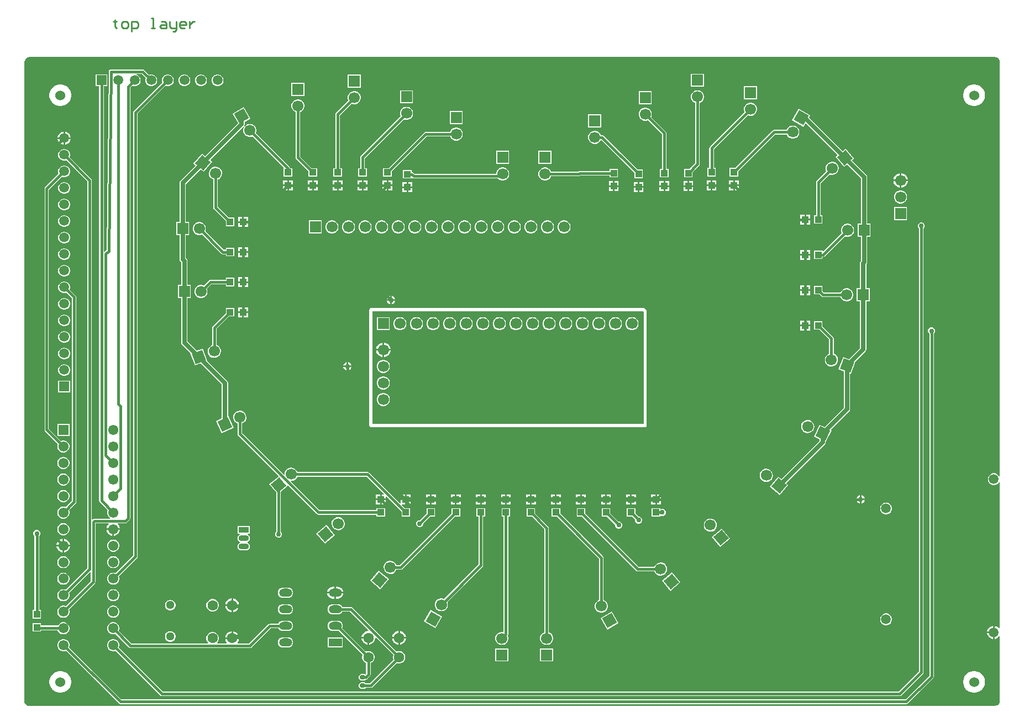
<source format=gtl>
G04*
G04 #@! TF.GenerationSoftware,Altium Limited,Altium Designer,21.2.1 (34)*
G04*
G04 Layer_Physical_Order=1*
G04 Layer_Color=255*
%FSLAX24Y24*%
%MOIN*%
G70*
G04*
G04 #@! TF.SameCoordinates,50E8038E-39F9-4302-AF09-D4DFFB075F86*
G04*
G04*
G04 #@! TF.FilePolarity,Positive*
G04*
G01*
G75*
%ADD10C,0.0100*%
%ADD17R,0.0394X0.0394*%
%ADD18R,0.0394X0.0394*%
%ADD48C,0.0150*%
%ADD49C,0.0250*%
%ADD50R,0.0669X0.0669*%
%ADD51C,0.0669*%
%ADD52R,0.0591X0.0591*%
%ADD53C,0.0591*%
%ADD54O,0.0354X0.0276*%
%ADD55C,0.0630*%
%ADD56R,0.0669X0.0669*%
%ADD57P,0.0947X4X75.0*%
%ADD58P,0.0947X4X95.0*%
%ADD59P,0.0947X4X265.0*%
%ADD60R,0.0591X0.0591*%
%ADD61P,0.0947X4X185.0*%
%ADD62C,0.0610*%
%ADD63R,0.0610X0.0610*%
%ADD64R,0.0630X0.0354*%
%ADD65O,0.0630X0.0354*%
%ADD66C,0.0512*%
%ADD67R,0.0800X0.0500*%
%ADD68O,0.0800X0.0500*%
%ADD69P,0.0947X4X155.0*%
%ADD70P,0.0947X4X160.0*%
%ADD71P,0.0947X4X175.0*%
%ADD72P,0.0947X4X195.0*%
%ADD73P,0.0947X4X290.0*%
%ADD74P,0.0947X4X295.0*%
%ADD75C,0.0600*%
%ADD76C,0.0300*%
G36*
X58642Y39257D02*
Y39257D01*
X58720Y39247D01*
X58793Y39217D01*
X58855Y39169D01*
X58903Y39106D01*
X58933Y39034D01*
X58943Y38956D01*
X58943Y38956D01*
X58943D01*
X58944Y38955D01*
X58935Y13940D01*
X58885Y13926D01*
X58855Y13979D01*
X58788Y14045D01*
X58707Y14092D01*
X58617Y14116D01*
X58524D01*
X58433Y14092D01*
X58352Y14045D01*
X58286Y13979D01*
X58239Y13898D01*
X58215Y13807D01*
Y13714D01*
X58239Y13623D01*
X58286Y13542D01*
X58352Y13476D01*
X58433Y13429D01*
X58524Y13405D01*
X58617D01*
X58707Y13429D01*
X58788Y13476D01*
X58855Y13542D01*
X58885Y13595D01*
X58935Y13581D01*
X58932Y4763D01*
X58931Y4763D01*
X58882Y4756D01*
X58813Y4825D01*
X58723Y4877D01*
X58622Y4904D01*
X58620D01*
Y4509D01*
Y4113D01*
X58622D01*
X58723Y4140D01*
X58813Y4192D01*
X58881Y4261D01*
X58931Y4253D01*
X58930Y374D01*
X58919Y329D01*
X58919Y329D01*
X58919Y281D01*
X58918Y276D01*
X58903Y241D01*
X58887Y204D01*
X58849Y154D01*
X58792Y110D01*
X58726Y83D01*
X58658Y74D01*
X58658Y74D01*
Y74D01*
X58657Y73D01*
X378Y71D01*
X377Y73D01*
Y73D01*
X377Y73D01*
X311Y81D01*
X243Y109D01*
X185Y154D01*
X141Y212D01*
X112Y280D01*
X108Y312D01*
X104Y360D01*
X104D01*
X102Y409D01*
X102Y38902D01*
X104Y38950D01*
X104D01*
X107Y38998D01*
X118Y39041D01*
X148Y39101D01*
X189Y39154D01*
X239Y39198D01*
X297Y39231D01*
X333Y39244D01*
X379Y39255D01*
D01*
X429Y39257D01*
X58642Y39257D01*
D02*
G37*
%LPC*%
G36*
X11797Y38205D02*
X11703D01*
X11613Y38181D01*
X11532Y38134D01*
X11466Y38068D01*
X11419Y37987D01*
X11395Y37897D01*
Y37803D01*
X11419Y37713D01*
X11466Y37632D01*
X11532Y37566D01*
X11613Y37519D01*
X11703Y37495D01*
X11797D01*
X11887Y37519D01*
X11968Y37566D01*
X12034Y37632D01*
X12081Y37713D01*
X12105Y37803D01*
Y37897D01*
X12081Y37987D01*
X12034Y38068D01*
X11968Y38134D01*
X11887Y38181D01*
X11797Y38205D01*
D02*
G37*
G36*
X10797D02*
X10703D01*
X10613Y38181D01*
X10532Y38134D01*
X10466Y38068D01*
X10419Y37987D01*
X10395Y37897D01*
Y37803D01*
X10419Y37713D01*
X10466Y37632D01*
X10532Y37566D01*
X10613Y37519D01*
X10703Y37495D01*
X10797D01*
X10887Y37519D01*
X10968Y37566D01*
X11034Y37632D01*
X11081Y37713D01*
X11105Y37803D01*
Y37897D01*
X11081Y37987D01*
X11034Y38068D01*
X10968Y38134D01*
X10887Y38181D01*
X10797Y38205D01*
D02*
G37*
G36*
X9797D02*
X9703D01*
X9613Y38181D01*
X9532Y38134D01*
X9466Y38068D01*
X9419Y37987D01*
X9395Y37897D01*
Y37803D01*
X9419Y37713D01*
X9466Y37632D01*
X9532Y37566D01*
X9613Y37519D01*
X9703Y37495D01*
X9797D01*
X9887Y37519D01*
X9968Y37566D01*
X10034Y37632D01*
X10081Y37713D01*
X10105Y37803D01*
Y37897D01*
X10081Y37987D01*
X10034Y38068D01*
X9968Y38134D01*
X9887Y38181D01*
X9797Y38205D01*
D02*
G37*
G36*
X8797D02*
X8703D01*
X8613Y38181D01*
X8532Y38134D01*
X8466Y38068D01*
X8419Y37987D01*
X8395Y37897D01*
Y37803D01*
X8419Y37713D01*
X6703Y35997D01*
X6673Y35953D01*
X6662Y35900D01*
Y9148D01*
X5601Y8087D01*
X5598Y8088D01*
X5505Y8113D01*
X5409D01*
X5316Y8088D01*
X5233Y8040D01*
X5165Y7972D01*
X5117Y7889D01*
X5092Y7796D01*
Y7700D01*
X5117Y7607D01*
X5165Y7524D01*
X5233Y7456D01*
X5316Y7408D01*
X5409Y7383D01*
X5505D01*
X5598Y7408D01*
X5681Y7456D01*
X5749Y7524D01*
X5797Y7607D01*
X5822Y7700D01*
Y7796D01*
X5797Y7889D01*
X5796Y7892D01*
X6897Y8994D01*
X6927Y9038D01*
X6938Y9091D01*
Y35843D01*
X8613Y37519D01*
X8703Y37495D01*
X8797D01*
X8887Y37519D01*
X8968Y37566D01*
X9034Y37632D01*
X9081Y37713D01*
X9105Y37803D01*
Y37897D01*
X9081Y37987D01*
X9034Y38068D01*
X8968Y38134D01*
X8887Y38181D01*
X8797Y38205D01*
D02*
G37*
G36*
X7225Y38513D02*
X5325D01*
X5299Y38508D01*
X5274Y38503D01*
X5273Y38502D01*
X5272Y38502D01*
X5251Y38488D01*
X5229Y38474D01*
X5228Y38473D01*
X5228Y38472D01*
X5213Y38451D01*
X5199Y38429D01*
X5198Y38428D01*
X5198Y38428D01*
X5193Y38402D01*
X5187Y38377D01*
X5053Y27598D01*
X4938Y27482D01*
X4888Y27503D01*
Y37495D01*
X5105D01*
Y38205D01*
X4395D01*
Y37495D01*
X4612D01*
Y12451D01*
X4623Y12399D01*
X4653Y12354D01*
X5119Y11888D01*
X5117Y11885D01*
X5092Y11792D01*
Y11696D01*
X5117Y11603D01*
X5165Y11520D01*
X5233Y11452D01*
X5276Y11428D01*
X5262Y11378D01*
X4340D01*
X4340Y11378D01*
X4287Y11367D01*
X4242Y11337D01*
X4226Y11321D01*
X4180Y11340D01*
Y31808D01*
X4169Y31861D01*
X4139Y31905D01*
X4139Y31905D01*
X2831Y33213D01*
X2855Y33303D01*
Y33397D01*
X2831Y33487D01*
X2784Y33568D01*
X2718Y33634D01*
X2637Y33681D01*
X2547Y33705D01*
X2453D01*
X2363Y33681D01*
X2282Y33634D01*
X2216Y33568D01*
X2169Y33487D01*
X2145Y33397D01*
Y33303D01*
X2169Y33213D01*
X2216Y33132D01*
X2282Y33066D01*
X2363Y33019D01*
X2453Y32995D01*
X2547D01*
X2637Y33019D01*
X3904Y31751D01*
Y8398D01*
X2594Y7087D01*
X2591Y7089D01*
X2498Y7114D01*
X2402D01*
X2309Y7089D01*
X2226Y7041D01*
X2158Y6973D01*
X2110Y6890D01*
X2085Y6797D01*
Y6701D01*
X2110Y6608D01*
X2158Y6525D01*
X2226Y6457D01*
X2309Y6409D01*
X2402Y6384D01*
X2498D01*
X2591Y6409D01*
X2674Y6457D01*
X2742Y6525D01*
X2790Y6608D01*
X2815Y6701D01*
Y6797D01*
X2790Y6890D01*
X2788Y6893D01*
X4068Y8172D01*
X4114Y8153D01*
Y7609D01*
X2594Y6088D01*
X2591Y6090D01*
X2498Y6115D01*
X2402D01*
X2309Y6090D01*
X2226Y6042D01*
X2158Y5974D01*
X2110Y5891D01*
X2085Y5798D01*
Y5702D01*
X2110Y5609D01*
X2158Y5526D01*
X2226Y5458D01*
X2309Y5410D01*
X2402Y5385D01*
X2498D01*
X2591Y5410D01*
X2674Y5458D01*
X2742Y5526D01*
X2790Y5609D01*
X2815Y5702D01*
Y5798D01*
X2790Y5891D01*
X2788Y5894D01*
X4349Y7455D01*
X4379Y7499D01*
X4390Y7552D01*
X4390Y7552D01*
Y11095D01*
X4397Y11102D01*
X5171D01*
X5192Y11052D01*
X5133Y10994D01*
X5080Y10902D01*
X5052Y10799D01*
Y10795D01*
X5457D01*
X5862D01*
Y10799D01*
X5835Y10902D01*
X5781Y10994D01*
X5723Y11052D01*
X5744Y11102D01*
X6190D01*
X6243Y11113D01*
X6287Y11143D01*
X6447Y11303D01*
X6477Y11347D01*
X6488Y11400D01*
Y37393D01*
X6613Y37519D01*
X6703Y37495D01*
X6797D01*
X6887Y37519D01*
X6968Y37566D01*
X7034Y37632D01*
X7081Y37713D01*
X7105Y37803D01*
Y37897D01*
X7081Y37987D01*
X7034Y38068D01*
X6968Y38134D01*
X6887Y38181D01*
X6864Y38187D01*
X6870Y38237D01*
X7168D01*
X7419Y37987D01*
X7395Y37897D01*
Y37803D01*
X7419Y37713D01*
X7466Y37632D01*
X7532Y37566D01*
X7613Y37519D01*
X7703Y37495D01*
X7797D01*
X7887Y37519D01*
X7968Y37566D01*
X8034Y37632D01*
X8081Y37713D01*
X8105Y37803D01*
Y37897D01*
X8081Y37987D01*
X8034Y38068D01*
X7968Y38134D01*
X7887Y38181D01*
X7797Y38205D01*
X7703D01*
X7613Y38181D01*
X7322Y38472D01*
X7278Y38502D01*
X7225Y38513D01*
D02*
G37*
G36*
X41095Y38245D02*
X40305D01*
Y37455D01*
X41095D01*
Y38245D01*
D02*
G37*
G36*
X20395Y38195D02*
X19605D01*
Y37405D01*
X20395D01*
Y38195D01*
D02*
G37*
G36*
X16995Y37695D02*
X16205D01*
Y36905D01*
X16995D01*
Y37695D01*
D02*
G37*
G36*
X44295Y37495D02*
X43505D01*
Y36705D01*
X44295D01*
Y37495D01*
D02*
G37*
G36*
X23545Y37245D02*
X22755D01*
Y36455D01*
X23545D01*
Y37245D01*
D02*
G37*
G36*
X37945Y37195D02*
X37155D01*
Y36405D01*
X37945D01*
Y37195D01*
D02*
G37*
G36*
X20052D02*
X19948D01*
X19848Y37168D01*
X19758Y37116D01*
X19684Y37042D01*
X19632Y36952D01*
X19605Y36852D01*
Y36748D01*
X19632Y36648D01*
X19640Y36635D01*
X18903Y35897D01*
X18873Y35853D01*
X18862Y35800D01*
Y32544D01*
X18743D01*
Y32031D01*
X19257D01*
Y32544D01*
X19138D01*
Y35743D01*
X19835Y36440D01*
X19848Y36432D01*
X19948Y36405D01*
X20052D01*
X20152Y36432D01*
X20242Y36484D01*
X20316Y36558D01*
X20368Y36648D01*
X20395Y36748D01*
Y36852D01*
X20368Y36952D01*
X20316Y37042D01*
X20242Y37116D01*
X20152Y37168D01*
X20052Y37195D01*
D02*
G37*
G36*
X57451Y37600D02*
X57322D01*
X57196Y37575D01*
X57076Y37526D01*
X56969Y37454D01*
X56878Y37363D01*
X56806Y37256D01*
X56757Y37136D01*
X56732Y37010D01*
Y36881D01*
X56757Y36754D01*
X56806Y36635D01*
X56878Y36528D01*
X56969Y36437D01*
X57076Y36365D01*
X57196Y36315D01*
X57322Y36290D01*
X57451D01*
X57578Y36315D01*
X57697Y36365D01*
X57804Y36437D01*
X57895Y36528D01*
X57967Y36635D01*
X58016Y36754D01*
X58042Y36881D01*
Y37010D01*
X58016Y37136D01*
X57967Y37256D01*
X57895Y37363D01*
X57804Y37454D01*
X57697Y37526D01*
X57578Y37575D01*
X57451Y37600D01*
D02*
G37*
G36*
X2333D02*
X2204D01*
X2077Y37575D01*
X1958Y37526D01*
X1851Y37454D01*
X1760Y37363D01*
X1688Y37256D01*
X1639Y37136D01*
X1613Y37010D01*
Y36881D01*
X1639Y36754D01*
X1688Y36635D01*
X1760Y36528D01*
X1851Y36437D01*
X1958Y36365D01*
X2077Y36315D01*
X2204Y36290D01*
X2333D01*
X2460Y36315D01*
X2579Y36365D01*
X2686Y36437D01*
X2777Y36528D01*
X2849Y36635D01*
X2898Y36754D01*
X2923Y36881D01*
Y37010D01*
X2898Y37136D01*
X2849Y37256D01*
X2777Y37363D01*
X2686Y37454D01*
X2579Y37526D01*
X2460Y37575D01*
X2333Y37600D01*
D02*
G37*
G36*
X43952Y36495D02*
X43848D01*
X43748Y36468D01*
X43658Y36416D01*
X43584Y36342D01*
X43532Y36252D01*
X43505Y36152D01*
Y36048D01*
X43532Y35948D01*
X43540Y35935D01*
X41453Y33847D01*
X41423Y33803D01*
X41412Y33750D01*
Y32551D01*
X41293D01*
Y32037D01*
X41807D01*
Y32551D01*
X41688D01*
Y33693D01*
X43735Y35740D01*
X43748Y35732D01*
X43848Y35705D01*
X43952D01*
X44052Y35732D01*
X44142Y35784D01*
X44216Y35858D01*
X44268Y35948D01*
X44295Y36048D01*
Y36152D01*
X44268Y36252D01*
X44216Y36342D01*
X44142Y36416D01*
X44052Y36468D01*
X43952Y36495D01*
D02*
G37*
G36*
X23202Y36245D02*
X23098D01*
X22998Y36218D01*
X22908Y36166D01*
X22834Y36092D01*
X22782Y36002D01*
X22755Y35902D01*
Y35798D01*
X22782Y35698D01*
X22790Y35685D01*
X20403Y33297D01*
X20373Y33253D01*
X20362Y33200D01*
Y32544D01*
X20243D01*
Y32031D01*
X20757D01*
Y32544D01*
X20638D01*
Y33143D01*
X22985Y35490D01*
X22998Y35482D01*
X23098Y35455D01*
X23202D01*
X23302Y35482D01*
X23392Y35534D01*
X23466Y35608D01*
X23518Y35698D01*
X23545Y35798D01*
Y35902D01*
X23518Y36002D01*
X23466Y36092D01*
X23392Y36166D01*
X23302Y36218D01*
X23202Y36245D01*
D02*
G37*
G36*
X26545Y35995D02*
X25755D01*
Y35205D01*
X26545D01*
Y35995D01*
D02*
G37*
G36*
X34895Y35795D02*
X34105D01*
Y35005D01*
X34895D01*
Y35795D01*
D02*
G37*
G36*
X2552Y34745D02*
X2550D01*
Y34400D01*
X2895D01*
Y34402D01*
X2868Y34503D01*
X2816Y34593D01*
X2743Y34666D01*
X2653Y34718D01*
X2552Y34745D01*
D02*
G37*
G36*
X2450D02*
X2448D01*
X2347Y34718D01*
X2257Y34666D01*
X2184Y34593D01*
X2132Y34503D01*
X2105Y34402D01*
Y34400D01*
X2450D01*
Y34745D01*
D02*
G37*
G36*
X46502Y35112D02*
X46398D01*
X46298Y35085D01*
X46208Y35033D01*
X46134Y34959D01*
X46082Y34869D01*
X46078Y34855D01*
X45323D01*
X45271Y34844D01*
X45226Y34814D01*
X45226Y34814D01*
X42962Y32551D01*
X42643D01*
Y32037D01*
X43157D01*
Y32356D01*
X45380Y34579D01*
X46078D01*
X46082Y34565D01*
X46134Y34475D01*
X46208Y34401D01*
X46298Y34349D01*
X46398Y34322D01*
X46502D01*
X46602Y34349D01*
X46692Y34401D01*
X46766Y34475D01*
X46818Y34565D01*
X46845Y34665D01*
Y34769D01*
X46818Y34869D01*
X46766Y34959D01*
X46692Y35033D01*
X46602Y35085D01*
X46502Y35112D01*
D02*
G37*
G36*
X26202Y34995D02*
X26098D01*
X25998Y34968D01*
X25908Y34916D01*
X25834Y34842D01*
X25782Y34752D01*
X25778Y34738D01*
X24313D01*
X24260Y34727D01*
X24215Y34697D01*
X22062Y32544D01*
X21743D01*
Y32031D01*
X22257D01*
Y32350D01*
X24370Y34462D01*
X25778D01*
X25782Y34448D01*
X25834Y34358D01*
X25908Y34284D01*
X25998Y34232D01*
X26098Y34205D01*
X26202D01*
X26302Y34232D01*
X26392Y34284D01*
X26466Y34358D01*
X26518Y34448D01*
X26545Y34548D01*
Y34652D01*
X26518Y34752D01*
X26466Y34842D01*
X26392Y34916D01*
X26302Y34968D01*
X26202Y34995D01*
D02*
G37*
G36*
X2895Y34300D02*
X2550D01*
Y33955D01*
X2552D01*
X2653Y33982D01*
X2743Y34034D01*
X2816Y34107D01*
X2868Y34197D01*
X2895Y34298D01*
Y34300D01*
D02*
G37*
G36*
X2450D02*
X2105D01*
Y34298D01*
X2132Y34197D01*
X2184Y34107D01*
X2257Y34034D01*
X2347Y33982D01*
X2448Y33955D01*
X2450D01*
Y34300D01*
D02*
G37*
G36*
X31895Y33588D02*
X31105D01*
Y32799D01*
X31895D01*
Y33588D01*
D02*
G37*
G36*
X29345D02*
X28555D01*
Y32799D01*
X29345D01*
Y33588D01*
D02*
G37*
G36*
X29002Y32588D02*
X28898D01*
X28798Y32561D01*
X28708Y32509D01*
X28634Y32436D01*
X28582Y32346D01*
X28555Y32246D01*
Y32208D01*
X23647D01*
X23577Y32277D01*
X23533Y32307D01*
X23480Y32318D01*
X23457D01*
Y32437D01*
X22943D01*
Y31923D01*
X23457D01*
Y31941D01*
X23461Y31945D01*
X23507Y31963D01*
X23537Y31943D01*
X23590Y31932D01*
X28653D01*
X28708Y31878D01*
X28798Y31826D01*
X28898Y31799D01*
X29002D01*
X29102Y31826D01*
X29192Y31878D01*
X29266Y31951D01*
X29318Y32041D01*
X29345Y32142D01*
Y32246D01*
X29318Y32346D01*
X29266Y32436D01*
X29192Y32509D01*
X29102Y32561D01*
X29002Y32588D01*
D02*
G37*
G36*
X48800Y32926D02*
X48697Y32908D01*
X48603Y32864D01*
X48524Y32798D01*
X48464Y32712D01*
X48428Y32615D01*
X48419Y32511D01*
X48437Y32409D01*
X48458Y32364D01*
X47890Y31796D01*
X47860Y31752D01*
X47850Y31699D01*
Y29701D01*
X47731D01*
Y29187D01*
X48244D01*
Y29701D01*
X48125D01*
Y31642D01*
X48652Y32169D01*
X48731Y32140D01*
X48834Y32131D01*
X48937Y32149D01*
X49031Y32193D01*
X49110Y32260D01*
X49170Y32345D01*
X49206Y32442D01*
X49215Y32546D01*
X49197Y32648D01*
X49153Y32742D01*
X49086Y32822D01*
X49001Y32882D01*
X48903Y32917D01*
X48800Y32926D01*
D02*
G37*
G36*
X16652Y36695D02*
X16548D01*
X16448Y36668D01*
X16358Y36616D01*
X16284Y36542D01*
X16232Y36452D01*
X16205Y36352D01*
Y36248D01*
X16232Y36148D01*
X16284Y36058D01*
X16358Y35984D01*
X16448Y35932D01*
X16462Y35928D01*
Y33187D01*
X16473Y33135D01*
X16503Y33090D01*
X17243Y32350D01*
Y32031D01*
X17757D01*
Y32544D01*
X17438D01*
X16738Y33244D01*
Y35928D01*
X16752Y35932D01*
X16842Y35984D01*
X16916Y36058D01*
X16968Y36148D01*
X16995Y36248D01*
Y36352D01*
X16968Y36452D01*
X16916Y36542D01*
X16842Y36616D01*
X16752Y36668D01*
X16652Y36695D01*
D02*
G37*
G36*
X13344Y36222D02*
X12661Y35827D01*
X12989Y35260D01*
X11002Y33273D01*
X10818Y33427D01*
X10311Y32823D01*
X10413Y32737D01*
X10416Y32687D01*
X9517Y31788D01*
X9476Y31727D01*
X9461Y31654D01*
Y29288D01*
X9255D01*
Y28499D01*
X9461D01*
Y27040D01*
X9476Y26968D01*
X9517Y26907D01*
X9561Y26862D01*
Y25488D01*
X9355D01*
Y24699D01*
X9561D01*
Y22010D01*
X9576Y21937D01*
X9617Y21876D01*
X10115Y21378D01*
X10114Y21376D01*
X10114Y21376D01*
X10384Y20634D01*
X10732Y20761D01*
X12005Y19488D01*
Y17419D01*
X11669Y17262D01*
X12003Y16547D01*
X12718Y16880D01*
X12385Y17596D01*
X12385D01*
X12382Y17597D01*
Y19566D01*
X12368Y19638D01*
X12327Y19699D01*
X11125Y20901D01*
X11126Y20904D01*
X11126Y20904D01*
X10856Y21646D01*
X10508Y21519D01*
X9939Y22088D01*
Y24699D01*
X10145D01*
Y25488D01*
X9939D01*
Y26940D01*
X9924Y27012D01*
X9883Y27073D01*
X9839Y27118D01*
Y28499D01*
X10045D01*
Y29288D01*
X9839D01*
Y31576D01*
X10732Y32470D01*
X10916Y32315D01*
X11423Y32920D01*
X11321Y33006D01*
X11318Y33056D01*
X13319Y35056D01*
X13333Y35071D01*
X13375Y35043D01*
X13363Y35023D01*
X13332Y34969D01*
X13305Y34869D01*
Y34765D01*
X13332Y34665D01*
X13384Y34575D01*
X13458Y34501D01*
X13548Y34449D01*
X13648Y34422D01*
X13752D01*
X13852Y34449D01*
X13865Y34457D01*
X15731Y32592D01*
X15743Y32544D01*
X15743D01*
X15743Y32544D01*
Y32031D01*
X16257D01*
Y32544D01*
X16132D01*
X16127Y32570D01*
X16097Y32614D01*
X14060Y34651D01*
X14068Y34665D01*
X14095Y34765D01*
Y34869D01*
X14068Y34969D01*
X14016Y35059D01*
X13942Y35133D01*
X13852Y35185D01*
X13752Y35212D01*
X13648D01*
X13548Y35185D01*
X13458Y35133D01*
X13406Y35081D01*
X13389Y35064D01*
X13350Y35096D01*
X13374Y35132D01*
X13389Y35204D01*
Y35336D01*
X13739Y35539D01*
X13344Y36222D01*
D02*
G37*
G36*
X2547Y32705D02*
X2453D01*
X2363Y32681D01*
X2282Y32634D01*
X2216Y32568D01*
X2169Y32487D01*
X2145Y32397D01*
Y32303D01*
X2169Y32213D01*
X1342Y31387D01*
X1313Y31342D01*
X1302Y31290D01*
Y16751D01*
X1313Y16698D01*
X1342Y16653D01*
X2112Y15884D01*
X2110Y15881D01*
X2085Y15788D01*
Y15692D01*
X2110Y15599D01*
X2158Y15516D01*
X2226Y15448D01*
X2309Y15400D01*
X2402Y15375D01*
X2498D01*
X2591Y15400D01*
X2674Y15448D01*
X2742Y15516D01*
X2790Y15599D01*
X2815Y15692D01*
Y15788D01*
X2790Y15881D01*
X2742Y15964D01*
X2674Y16032D01*
X2591Y16081D01*
X2498Y16105D01*
X2402D01*
X2309Y16081D01*
X2306Y16079D01*
X1577Y16808D01*
Y31233D01*
X2363Y32019D01*
X2453Y31995D01*
X2547D01*
X2637Y32019D01*
X2718Y32066D01*
X2784Y32132D01*
X2831Y32213D01*
X2855Y32303D01*
Y32397D01*
X2831Y32487D01*
X2784Y32568D01*
X2718Y32634D01*
X2637Y32681D01*
X2547Y32705D01*
D02*
G37*
G36*
X40752Y37245D02*
X40648D01*
X40548Y37218D01*
X40458Y37166D01*
X40384Y37092D01*
X40332Y37002D01*
X40305Y36902D01*
Y36798D01*
X40332Y36698D01*
X40384Y36608D01*
X40458Y36534D01*
X40548Y36482D01*
X40562Y36478D01*
Y32851D01*
X40212Y32501D01*
X39893D01*
Y31987D01*
X40407D01*
Y32306D01*
X40797Y32696D01*
X40797Y32696D01*
X40827Y32741D01*
X40838Y32794D01*
Y36478D01*
X40852Y36482D01*
X40942Y36534D01*
X41016Y36608D01*
X41068Y36698D01*
X41095Y36798D01*
Y36902D01*
X41068Y37002D01*
X41016Y37092D01*
X40942Y37166D01*
X40852Y37218D01*
X40752Y37245D01*
D02*
G37*
G36*
X37602Y36195D02*
X37498D01*
X37398Y36168D01*
X37308Y36116D01*
X37234Y36042D01*
X37182Y35952D01*
X37155Y35852D01*
Y35748D01*
X37182Y35648D01*
X37234Y35558D01*
X37308Y35484D01*
X37398Y35432D01*
X37498Y35405D01*
X37602D01*
X37702Y35432D01*
X37715Y35440D01*
X38562Y34593D01*
Y32501D01*
X38443D01*
Y31987D01*
X38957D01*
Y32501D01*
X38838D01*
Y34650D01*
X38838Y34650D01*
X38827Y34703D01*
X38797Y34747D01*
X38797Y34747D01*
X37910Y35635D01*
X37918Y35648D01*
X37945Y35748D01*
Y35852D01*
X37918Y35952D01*
X37866Y36042D01*
X37792Y36116D01*
X37702Y36168D01*
X37602Y36195D01*
D02*
G37*
G36*
X31552Y32588D02*
X31448D01*
X31348Y32561D01*
X31258Y32509D01*
X31184Y32436D01*
X31132Y32346D01*
X31105Y32246D01*
Y32142D01*
X31132Y32041D01*
X31184Y31951D01*
X31258Y31878D01*
X31348Y31826D01*
X31448Y31799D01*
X31552D01*
X31652Y31826D01*
X31742Y31878D01*
X31816Y31951D01*
X31868Y32041D01*
X31872Y32056D01*
X33550D01*
X33603Y32067D01*
X33647Y32096D01*
X33657Y32106D01*
X35393D01*
Y31987D01*
X35907D01*
Y32501D01*
X35393D01*
Y32381D01*
X33600D01*
X33600Y32381D01*
X33547Y32371D01*
X33503Y32341D01*
X33503Y32341D01*
X33493Y32331D01*
X31872D01*
X31868Y32346D01*
X31816Y32436D01*
X31742Y32509D01*
X31652Y32561D01*
X31552Y32588D01*
D02*
G37*
G36*
X34552Y34795D02*
X34448D01*
X34348Y34768D01*
X34258Y34716D01*
X34184Y34642D01*
X34132Y34552D01*
X34105Y34452D01*
Y34348D01*
X34132Y34248D01*
X34184Y34158D01*
X34258Y34084D01*
X34348Y34032D01*
X34448Y34005D01*
X34552D01*
X34652Y34032D01*
X34742Y34084D01*
X34816Y34158D01*
X34854Y34224D01*
X34909Y34235D01*
X34915Y34234D01*
X36893Y32256D01*
Y31937D01*
X37407D01*
Y32451D01*
X37088D01*
X35041Y34497D01*
X34996Y34527D01*
X34944Y34538D01*
X34872D01*
X34868Y34552D01*
X34816Y34642D01*
X34742Y34716D01*
X34652Y34768D01*
X34552Y34795D01*
D02*
G37*
G36*
X53007Y32235D02*
X53000D01*
Y31850D01*
X53385D01*
Y31857D01*
X53355Y31968D01*
X53298Y32067D01*
X53217Y32148D01*
X53118Y32205D01*
X53007Y32235D01*
D02*
G37*
G36*
X52900D02*
X52893D01*
X52782Y32205D01*
X52683Y32148D01*
X52602Y32067D01*
X52545Y31968D01*
X52515Y31857D01*
Y31850D01*
X52900D01*
Y32235D01*
D02*
G37*
G36*
X43197Y31803D02*
X42950D01*
Y31556D01*
X43197D01*
Y31803D01*
D02*
G37*
G36*
X41847D02*
X41600D01*
Y31556D01*
X41847D01*
Y31803D01*
D02*
G37*
G36*
X42850D02*
X42603D01*
Y31556D01*
X42850D01*
Y31803D01*
D02*
G37*
G36*
X41500D02*
X41253D01*
Y31556D01*
X41500D01*
Y31803D01*
D02*
G37*
G36*
X22297Y31797D02*
X22050D01*
Y31550D01*
X22297D01*
Y31797D01*
D02*
G37*
G36*
X20797D02*
X20550D01*
Y31550D01*
X20797D01*
Y31797D01*
D02*
G37*
G36*
X19297D02*
X19050D01*
Y31550D01*
X19297D01*
Y31797D01*
D02*
G37*
G36*
X17797D02*
X17550D01*
Y31550D01*
X17797D01*
Y31797D01*
D02*
G37*
G36*
X16297D02*
X16050D01*
Y31550D01*
X16297D01*
Y31797D01*
D02*
G37*
G36*
X21950D02*
X21703D01*
Y31550D01*
X21950D01*
Y31797D01*
D02*
G37*
G36*
X20450D02*
X20203D01*
Y31550D01*
X20450D01*
Y31797D01*
D02*
G37*
G36*
X18950D02*
X18703D01*
Y31550D01*
X18950D01*
Y31797D01*
D02*
G37*
G36*
X17450D02*
X17203D01*
Y31550D01*
X17450D01*
Y31797D01*
D02*
G37*
G36*
X15950D02*
X15703D01*
Y31550D01*
X15950D01*
Y31797D01*
D02*
G37*
G36*
X40447Y31753D02*
X40200D01*
Y31506D01*
X40447D01*
Y31753D01*
D02*
G37*
G36*
X38997D02*
X38750D01*
Y31506D01*
X38997D01*
Y31753D01*
D02*
G37*
G36*
X35947D02*
X35700D01*
Y31506D01*
X35947D01*
Y31753D01*
D02*
G37*
G36*
X40100D02*
X39853D01*
Y31506D01*
X40100D01*
Y31753D01*
D02*
G37*
G36*
X38650D02*
X38403D01*
Y31506D01*
X38650D01*
Y31753D01*
D02*
G37*
G36*
X35600D02*
X35353D01*
Y31506D01*
X35600D01*
Y31753D01*
D02*
G37*
G36*
X37447Y31703D02*
X37200D01*
Y31456D01*
X37447D01*
Y31703D01*
D02*
G37*
G36*
X37100D02*
X36853D01*
Y31456D01*
X37100D01*
Y31703D01*
D02*
G37*
G36*
X23497Y31689D02*
X23250D01*
Y31443D01*
X23497D01*
Y31689D01*
D02*
G37*
G36*
X23150D02*
X22903D01*
Y31443D01*
X23150D01*
Y31689D01*
D02*
G37*
G36*
X53385Y31750D02*
X53000D01*
Y31365D01*
X53007D01*
X53118Y31395D01*
X53217Y31452D01*
X53298Y31533D01*
X53355Y31632D01*
X53385Y31743D01*
Y31750D01*
D02*
G37*
G36*
X52900D02*
X52515D01*
Y31743D01*
X52545Y31632D01*
X52602Y31533D01*
X52683Y31452D01*
X52782Y31395D01*
X52893Y31365D01*
X52900D01*
Y31750D01*
D02*
G37*
G36*
X43197Y31456D02*
X42950D01*
Y31209D01*
X43197D01*
Y31456D01*
D02*
G37*
G36*
X42850D02*
X42603D01*
Y31209D01*
X42850D01*
Y31456D01*
D02*
G37*
G36*
X41847D02*
X41600D01*
Y31209D01*
X41847D01*
Y31456D01*
D02*
G37*
G36*
X41500D02*
X41253D01*
Y31209D01*
X41500D01*
Y31456D01*
D02*
G37*
G36*
X22297Y31450D02*
X22050D01*
Y31203D01*
X22297D01*
Y31450D01*
D02*
G37*
G36*
X21950D02*
X21703D01*
Y31203D01*
X21950D01*
Y31450D01*
D02*
G37*
G36*
X20797D02*
X20550D01*
Y31203D01*
X20797D01*
Y31450D01*
D02*
G37*
G36*
X20450D02*
X20203D01*
Y31203D01*
X20450D01*
Y31450D01*
D02*
G37*
G36*
X19297D02*
X19050D01*
Y31203D01*
X19297D01*
Y31450D01*
D02*
G37*
G36*
X18950D02*
X18703D01*
Y31203D01*
X18950D01*
Y31450D01*
D02*
G37*
G36*
X17797D02*
X17550D01*
Y31203D01*
X17797D01*
Y31450D01*
D02*
G37*
G36*
X17450D02*
X17203D01*
Y31203D01*
X17450D01*
Y31450D01*
D02*
G37*
G36*
X16297D02*
X16050D01*
Y31203D01*
X16297D01*
Y31450D01*
D02*
G37*
G36*
X15950D02*
X15703D01*
Y31203D01*
X15950D01*
Y31450D01*
D02*
G37*
G36*
X40447Y31406D02*
X40200D01*
Y31159D01*
X40447D01*
Y31406D01*
D02*
G37*
G36*
X40100D02*
X39853D01*
Y31159D01*
X40100D01*
Y31406D01*
D02*
G37*
G36*
X38997D02*
X38750D01*
Y31159D01*
X38997D01*
Y31406D01*
D02*
G37*
G36*
X38650D02*
X38403D01*
Y31159D01*
X38650D01*
Y31406D01*
D02*
G37*
G36*
X35947D02*
X35700D01*
Y31159D01*
X35947D01*
Y31406D01*
D02*
G37*
G36*
X35600D02*
X35353D01*
Y31159D01*
X35600D01*
Y31406D01*
D02*
G37*
G36*
X37447Y31356D02*
X37200D01*
Y31109D01*
X37447D01*
Y31356D01*
D02*
G37*
G36*
X37100D02*
X36853D01*
Y31109D01*
X37100D01*
Y31356D01*
D02*
G37*
G36*
X23497Y31343D02*
X23250D01*
Y31096D01*
X23497D01*
Y31343D01*
D02*
G37*
G36*
X23150D02*
X22903D01*
Y31096D01*
X23150D01*
Y31343D01*
D02*
G37*
G36*
X2547Y31705D02*
X2453D01*
X2363Y31681D01*
X2282Y31634D01*
X2216Y31568D01*
X2169Y31487D01*
X2145Y31397D01*
Y31303D01*
X2169Y31213D01*
X2216Y31132D01*
X2282Y31066D01*
X2363Y31019D01*
X2453Y30995D01*
X2547D01*
X2637Y31019D01*
X2718Y31066D01*
X2784Y31132D01*
X2831Y31213D01*
X2855Y31303D01*
Y31397D01*
X2831Y31487D01*
X2784Y31568D01*
X2718Y31634D01*
X2637Y31681D01*
X2547Y31705D01*
D02*
G37*
G36*
X53002Y31195D02*
X52898D01*
X52798Y31168D01*
X52708Y31116D01*
X52634Y31042D01*
X52582Y30952D01*
X52555Y30852D01*
Y30748D01*
X52582Y30648D01*
X52634Y30558D01*
X52708Y30484D01*
X52798Y30432D01*
X52898Y30405D01*
X53002D01*
X53102Y30432D01*
X53192Y30484D01*
X53266Y30558D01*
X53318Y30648D01*
X53345Y30748D01*
Y30852D01*
X53318Y30952D01*
X53266Y31042D01*
X53192Y31116D01*
X53102Y31168D01*
X53002Y31195D01*
D02*
G37*
G36*
X2547Y30705D02*
X2453D01*
X2363Y30681D01*
X2282Y30634D01*
X2216Y30568D01*
X2169Y30487D01*
X2145Y30397D01*
Y30303D01*
X2169Y30213D01*
X2216Y30132D01*
X2282Y30066D01*
X2363Y30019D01*
X2453Y29995D01*
X2547D01*
X2637Y30019D01*
X2718Y30066D01*
X2784Y30132D01*
X2831Y30213D01*
X2855Y30303D01*
Y30397D01*
X2831Y30487D01*
X2784Y30568D01*
X2718Y30634D01*
X2637Y30681D01*
X2547Y30705D01*
D02*
G37*
G36*
X47497Y29741D02*
X47250D01*
Y29494D01*
X47497D01*
Y29741D01*
D02*
G37*
G36*
X47150D02*
X46903D01*
Y29494D01*
X47150D01*
Y29741D01*
D02*
G37*
G36*
X53345Y30195D02*
X52555D01*
Y29405D01*
X53345D01*
Y30195D01*
D02*
G37*
G36*
X13591Y29591D02*
X13344D01*
Y29344D01*
X13591D01*
Y29591D01*
D02*
G37*
G36*
X13244D02*
X12997D01*
Y29344D01*
X13244D01*
Y29591D01*
D02*
G37*
G36*
X47497Y29394D02*
X47250D01*
Y29147D01*
X47497D01*
Y29394D01*
D02*
G37*
G36*
X47150D02*
X46903D01*
Y29147D01*
X47150D01*
Y29394D01*
D02*
G37*
G36*
X11650Y32626D02*
X11547Y32617D01*
X11449Y32582D01*
X11364Y32522D01*
X11297Y32442D01*
X11253Y32348D01*
X11235Y32246D01*
X11244Y32142D01*
X11280Y32045D01*
X11340Y31960D01*
X11419Y31893D01*
X11495Y31857D01*
Y30167D01*
X11506Y30114D01*
X11536Y30070D01*
X12249Y29356D01*
Y29037D01*
X12763D01*
Y29551D01*
X12444D01*
X11771Y30224D01*
Y31859D01*
X11817Y31876D01*
X11902Y31935D01*
X11969Y32015D01*
X12013Y32109D01*
X12031Y32211D01*
X12022Y32315D01*
X11986Y32412D01*
X11926Y32498D01*
X11847Y32564D01*
X11753Y32608D01*
X11650Y32626D01*
D02*
G37*
G36*
X13591Y29244D02*
X13344D01*
Y28997D01*
X13591D01*
Y29244D01*
D02*
G37*
G36*
X13244D02*
X12997D01*
Y28997D01*
X13244D01*
Y29244D01*
D02*
G37*
G36*
X2547Y29705D02*
X2453D01*
X2363Y29681D01*
X2282Y29634D01*
X2216Y29568D01*
X2169Y29487D01*
X2145Y29397D01*
Y29303D01*
X2169Y29213D01*
X2216Y29132D01*
X2282Y29066D01*
X2363Y29019D01*
X2453Y28995D01*
X2547D01*
X2637Y29019D01*
X2718Y29066D01*
X2784Y29132D01*
X2831Y29213D01*
X2855Y29303D01*
Y29397D01*
X2831Y29487D01*
X2784Y29568D01*
X2718Y29634D01*
X2637Y29681D01*
X2547Y29705D01*
D02*
G37*
G36*
X32702Y29388D02*
X32598D01*
X32498Y29361D01*
X32408Y29309D01*
X32334Y29236D01*
X32282Y29146D01*
X32255Y29046D01*
Y28942D01*
X32282Y28841D01*
X32334Y28751D01*
X32408Y28678D01*
X32498Y28626D01*
X32598Y28599D01*
X32702D01*
X32802Y28626D01*
X32892Y28678D01*
X32966Y28751D01*
X33018Y28841D01*
X33045Y28942D01*
Y29046D01*
X33018Y29146D01*
X32966Y29236D01*
X32892Y29309D01*
X32802Y29361D01*
X32702Y29388D01*
D02*
G37*
G36*
X31702D02*
X31598D01*
X31498Y29361D01*
X31408Y29309D01*
X31334Y29236D01*
X31282Y29146D01*
X31255Y29046D01*
Y28942D01*
X31282Y28841D01*
X31334Y28751D01*
X31408Y28678D01*
X31498Y28626D01*
X31598Y28599D01*
X31702D01*
X31802Y28626D01*
X31892Y28678D01*
X31966Y28751D01*
X32018Y28841D01*
X32045Y28942D01*
Y29046D01*
X32018Y29146D01*
X31966Y29236D01*
X31892Y29309D01*
X31802Y29361D01*
X31702Y29388D01*
D02*
G37*
G36*
X30702D02*
X30598D01*
X30498Y29361D01*
X30408Y29309D01*
X30334Y29236D01*
X30282Y29146D01*
X30255Y29046D01*
Y28942D01*
X30282Y28841D01*
X30334Y28751D01*
X30408Y28678D01*
X30498Y28626D01*
X30598Y28599D01*
X30702D01*
X30802Y28626D01*
X30892Y28678D01*
X30966Y28751D01*
X31018Y28841D01*
X31045Y28942D01*
Y29046D01*
X31018Y29146D01*
X30966Y29236D01*
X30892Y29309D01*
X30802Y29361D01*
X30702Y29388D01*
D02*
G37*
G36*
X29702D02*
X29598D01*
X29498Y29361D01*
X29408Y29309D01*
X29334Y29236D01*
X29282Y29146D01*
X29255Y29046D01*
Y28942D01*
X29282Y28841D01*
X29334Y28751D01*
X29408Y28678D01*
X29498Y28626D01*
X29598Y28599D01*
X29702D01*
X29802Y28626D01*
X29892Y28678D01*
X29966Y28751D01*
X30018Y28841D01*
X30045Y28942D01*
Y29046D01*
X30018Y29146D01*
X29966Y29236D01*
X29892Y29309D01*
X29802Y29361D01*
X29702Y29388D01*
D02*
G37*
G36*
X28702D02*
X28598D01*
X28498Y29361D01*
X28408Y29309D01*
X28334Y29236D01*
X28282Y29146D01*
X28255Y29046D01*
Y28942D01*
X28282Y28841D01*
X28334Y28751D01*
X28408Y28678D01*
X28498Y28626D01*
X28598Y28599D01*
X28702D01*
X28802Y28626D01*
X28892Y28678D01*
X28966Y28751D01*
X29018Y28841D01*
X29045Y28942D01*
Y29046D01*
X29018Y29146D01*
X28966Y29236D01*
X28892Y29309D01*
X28802Y29361D01*
X28702Y29388D01*
D02*
G37*
G36*
X27702D02*
X27598D01*
X27498Y29361D01*
X27408Y29309D01*
X27334Y29236D01*
X27282Y29146D01*
X27255Y29046D01*
Y28942D01*
X27282Y28841D01*
X27334Y28751D01*
X27408Y28678D01*
X27498Y28626D01*
X27598Y28599D01*
X27702D01*
X27802Y28626D01*
X27892Y28678D01*
X27966Y28751D01*
X28018Y28841D01*
X28045Y28942D01*
Y29046D01*
X28018Y29146D01*
X27966Y29236D01*
X27892Y29309D01*
X27802Y29361D01*
X27702Y29388D01*
D02*
G37*
G36*
X26702D02*
X26598D01*
X26498Y29361D01*
X26408Y29309D01*
X26334Y29236D01*
X26282Y29146D01*
X26255Y29046D01*
Y28942D01*
X26282Y28841D01*
X26334Y28751D01*
X26408Y28678D01*
X26498Y28626D01*
X26598Y28599D01*
X26702D01*
X26802Y28626D01*
X26892Y28678D01*
X26966Y28751D01*
X27018Y28841D01*
X27045Y28942D01*
Y29046D01*
X27018Y29146D01*
X26966Y29236D01*
X26892Y29309D01*
X26802Y29361D01*
X26702Y29388D01*
D02*
G37*
G36*
X25702D02*
X25598D01*
X25498Y29361D01*
X25408Y29309D01*
X25334Y29236D01*
X25282Y29146D01*
X25255Y29046D01*
Y28942D01*
X25282Y28841D01*
X25334Y28751D01*
X25408Y28678D01*
X25498Y28626D01*
X25598Y28599D01*
X25702D01*
X25802Y28626D01*
X25892Y28678D01*
X25966Y28751D01*
X26018Y28841D01*
X26045Y28942D01*
Y29046D01*
X26018Y29146D01*
X25966Y29236D01*
X25892Y29309D01*
X25802Y29361D01*
X25702Y29388D01*
D02*
G37*
G36*
X24702D02*
X24598D01*
X24498Y29361D01*
X24408Y29309D01*
X24334Y29236D01*
X24282Y29146D01*
X24255Y29046D01*
Y28942D01*
X24282Y28841D01*
X24334Y28751D01*
X24408Y28678D01*
X24498Y28626D01*
X24598Y28599D01*
X24702D01*
X24802Y28626D01*
X24892Y28678D01*
X24966Y28751D01*
X25018Y28841D01*
X25045Y28942D01*
Y29046D01*
X25018Y29146D01*
X24966Y29236D01*
X24892Y29309D01*
X24802Y29361D01*
X24702Y29388D01*
D02*
G37*
G36*
X23702D02*
X23598D01*
X23498Y29361D01*
X23408Y29309D01*
X23334Y29236D01*
X23282Y29146D01*
X23255Y29046D01*
Y28942D01*
X23282Y28841D01*
X23334Y28751D01*
X23408Y28678D01*
X23498Y28626D01*
X23598Y28599D01*
X23702D01*
X23802Y28626D01*
X23892Y28678D01*
X23966Y28751D01*
X24018Y28841D01*
X24045Y28942D01*
Y29046D01*
X24018Y29146D01*
X23966Y29236D01*
X23892Y29309D01*
X23802Y29361D01*
X23702Y29388D01*
D02*
G37*
G36*
X22702D02*
X22598D01*
X22498Y29361D01*
X22408Y29309D01*
X22334Y29236D01*
X22282Y29146D01*
X22255Y29046D01*
Y28942D01*
X22282Y28841D01*
X22334Y28751D01*
X22408Y28678D01*
X22498Y28626D01*
X22598Y28599D01*
X22702D01*
X22802Y28626D01*
X22892Y28678D01*
X22966Y28751D01*
X23018Y28841D01*
X23045Y28942D01*
Y29046D01*
X23018Y29146D01*
X22966Y29236D01*
X22892Y29309D01*
X22802Y29361D01*
X22702Y29388D01*
D02*
G37*
G36*
X21702D02*
X21598D01*
X21498Y29361D01*
X21408Y29309D01*
X21334Y29236D01*
X21282Y29146D01*
X21255Y29046D01*
Y28942D01*
X21282Y28841D01*
X21334Y28751D01*
X21408Y28678D01*
X21498Y28626D01*
X21598Y28599D01*
X21702D01*
X21802Y28626D01*
X21892Y28678D01*
X21966Y28751D01*
X22018Y28841D01*
X22045Y28942D01*
Y29046D01*
X22018Y29146D01*
X21966Y29236D01*
X21892Y29309D01*
X21802Y29361D01*
X21702Y29388D01*
D02*
G37*
G36*
X20702D02*
X20598D01*
X20498Y29361D01*
X20408Y29309D01*
X20334Y29236D01*
X20282Y29146D01*
X20255Y29046D01*
Y28942D01*
X20282Y28841D01*
X20334Y28751D01*
X20408Y28678D01*
X20498Y28626D01*
X20598Y28599D01*
X20702D01*
X20802Y28626D01*
X20892Y28678D01*
X20966Y28751D01*
X21018Y28841D01*
X21045Y28942D01*
Y29046D01*
X21018Y29146D01*
X20966Y29236D01*
X20892Y29309D01*
X20802Y29361D01*
X20702Y29388D01*
D02*
G37*
G36*
X19702D02*
X19598D01*
X19498Y29361D01*
X19408Y29309D01*
X19334Y29236D01*
X19282Y29146D01*
X19255Y29046D01*
Y28942D01*
X19282Y28841D01*
X19334Y28751D01*
X19408Y28678D01*
X19498Y28626D01*
X19598Y28599D01*
X19702D01*
X19802Y28626D01*
X19892Y28678D01*
X19966Y28751D01*
X20018Y28841D01*
X20045Y28942D01*
Y29046D01*
X20018Y29146D01*
X19966Y29236D01*
X19892Y29309D01*
X19802Y29361D01*
X19702Y29388D01*
D02*
G37*
G36*
X18702D02*
X18598D01*
X18498Y29361D01*
X18408Y29309D01*
X18334Y29236D01*
X18282Y29146D01*
X18255Y29046D01*
Y28942D01*
X18282Y28841D01*
X18334Y28751D01*
X18408Y28678D01*
X18498Y28626D01*
X18598Y28599D01*
X18702D01*
X18802Y28626D01*
X18892Y28678D01*
X18966Y28751D01*
X19018Y28841D01*
X19045Y28942D01*
Y29046D01*
X19018Y29146D01*
X18966Y29236D01*
X18892Y29309D01*
X18802Y29361D01*
X18702Y29388D01*
D02*
G37*
G36*
X18045D02*
X17255D01*
Y28599D01*
X18045D01*
Y29388D01*
D02*
G37*
G36*
X49802Y29188D02*
X49698D01*
X49598Y29161D01*
X49508Y29109D01*
X49434Y29036D01*
X49382Y28946D01*
X49355Y28846D01*
Y28742D01*
X49382Y28641D01*
X49390Y28628D01*
X48290Y27529D01*
X48244Y27548D01*
Y27567D01*
X47731D01*
Y27054D01*
X48244D01*
Y27173D01*
X48267D01*
X48319Y27183D01*
X48364Y27213D01*
X49585Y28434D01*
X49598Y28426D01*
X49698Y28399D01*
X49802D01*
X49902Y28426D01*
X49992Y28478D01*
X50066Y28551D01*
X50118Y28641D01*
X50145Y28742D01*
Y28846D01*
X50118Y28946D01*
X50066Y29036D01*
X49992Y29109D01*
X49902Y29161D01*
X49802Y29188D01*
D02*
G37*
G36*
X2547Y28705D02*
X2453D01*
X2363Y28681D01*
X2282Y28634D01*
X2216Y28568D01*
X2169Y28487D01*
X2145Y28397D01*
Y28303D01*
X2169Y28213D01*
X2216Y28132D01*
X2282Y28066D01*
X2363Y28019D01*
X2453Y27995D01*
X2547D01*
X2637Y28019D01*
X2718Y28066D01*
X2784Y28132D01*
X2831Y28213D01*
X2855Y28303D01*
Y28397D01*
X2831Y28487D01*
X2784Y28568D01*
X2718Y28634D01*
X2637Y28681D01*
X2547Y28705D01*
D02*
G37*
G36*
X13591Y27774D02*
X13344D01*
Y27527D01*
X13591D01*
Y27774D01*
D02*
G37*
G36*
X13244D02*
X12997D01*
Y27527D01*
X13244D01*
Y27774D01*
D02*
G37*
G36*
X47497Y27607D02*
X47250D01*
Y27360D01*
X47497D01*
Y27607D01*
D02*
G37*
G36*
X47150D02*
X46903D01*
Y27360D01*
X47150D01*
Y27607D01*
D02*
G37*
G36*
X10702Y29288D02*
X10598D01*
X10498Y29261D01*
X10408Y29209D01*
X10334Y29136D01*
X10282Y29046D01*
X10255Y28946D01*
Y28842D01*
X10282Y28741D01*
X10334Y28651D01*
X10408Y28578D01*
X10498Y28526D01*
X10598Y28499D01*
X10702D01*
X10802Y28526D01*
X10815Y28534D01*
X11969Y27380D01*
X12014Y27350D01*
X12067Y27339D01*
X12067Y27339D01*
X12249D01*
Y27220D01*
X12763D01*
Y27734D01*
X12249D01*
Y27615D01*
X12124D01*
X11010Y28728D01*
X11018Y28741D01*
X11045Y28842D01*
Y28946D01*
X11018Y29046D01*
X10966Y29136D01*
X10892Y29209D01*
X10802Y29261D01*
X10702Y29288D01*
D02*
G37*
G36*
X13591Y27427D02*
X13344D01*
Y27180D01*
X13591D01*
Y27427D01*
D02*
G37*
G36*
X13244D02*
X12997D01*
Y27180D01*
X13244D01*
Y27427D01*
D02*
G37*
G36*
X47497Y27260D02*
X47250D01*
Y27014D01*
X47497D01*
Y27260D01*
D02*
G37*
G36*
X47150D02*
X46903D01*
Y27014D01*
X47150D01*
Y27260D01*
D02*
G37*
G36*
X2547Y27705D02*
X2453D01*
X2363Y27681D01*
X2282Y27634D01*
X2216Y27568D01*
X2169Y27487D01*
X2145Y27397D01*
Y27303D01*
X2169Y27213D01*
X2216Y27132D01*
X2282Y27066D01*
X2363Y27019D01*
X2453Y26995D01*
X2547D01*
X2637Y27019D01*
X2718Y27066D01*
X2784Y27132D01*
X2831Y27213D01*
X2855Y27303D01*
Y27397D01*
X2831Y27487D01*
X2784Y27568D01*
X2718Y27634D01*
X2637Y27681D01*
X2547Y27705D01*
D02*
G37*
G36*
Y26705D02*
X2453D01*
X2363Y26681D01*
X2282Y26634D01*
X2216Y26568D01*
X2169Y26487D01*
X2145Y26397D01*
Y26303D01*
X2169Y26213D01*
X2216Y26132D01*
X2282Y26066D01*
X2363Y26019D01*
X2453Y25995D01*
X2547D01*
X2637Y26019D01*
X2718Y26066D01*
X2784Y26132D01*
X2831Y26213D01*
X2855Y26303D01*
Y26397D01*
X2831Y26487D01*
X2784Y26568D01*
X2718Y26634D01*
X2637Y26681D01*
X2547Y26705D01*
D02*
G37*
G36*
X13591Y25957D02*
X13344D01*
Y25710D01*
X13591D01*
Y25957D01*
D02*
G37*
G36*
X13244D02*
X12997D01*
Y25710D01*
X13244D01*
Y25957D01*
D02*
G37*
G36*
X12763Y25917D02*
X12249D01*
Y25798D01*
X11317D01*
X11264Y25788D01*
X11219Y25758D01*
X10915Y25454D01*
X10902Y25461D01*
X10802Y25488D01*
X10698D01*
X10598Y25461D01*
X10508Y25409D01*
X10434Y25336D01*
X10382Y25246D01*
X10355Y25146D01*
Y25042D01*
X10382Y24941D01*
X10434Y24851D01*
X10508Y24778D01*
X10598Y24726D01*
X10698Y24699D01*
X10802D01*
X10902Y24726D01*
X10992Y24778D01*
X11066Y24851D01*
X11118Y24941D01*
X11145Y25042D01*
Y25146D01*
X11118Y25246D01*
X11110Y25259D01*
X11374Y25523D01*
X12249D01*
Y25404D01*
X12763D01*
Y25917D01*
D02*
G37*
G36*
X13591Y25610D02*
X13344D01*
Y25364D01*
X13591D01*
Y25610D01*
D02*
G37*
G36*
X13244D02*
X12997D01*
Y25364D01*
X13244D01*
Y25610D01*
D02*
G37*
G36*
X47497Y25474D02*
X47250D01*
Y25227D01*
X47497D01*
Y25474D01*
D02*
G37*
G36*
X47150D02*
X46903D01*
Y25227D01*
X47150D01*
Y25474D01*
D02*
G37*
G36*
X47497Y25127D02*
X47250D01*
Y24880D01*
X47497D01*
Y25127D01*
D02*
G37*
G36*
X47150D02*
X46903D01*
Y24880D01*
X47150D01*
Y25127D01*
D02*
G37*
G36*
X22270Y24820D02*
Y24620D01*
X22470D01*
X22432Y24712D01*
X22362Y24782D01*
X22270Y24820D01*
D02*
G37*
G36*
X22170D02*
X22078Y24782D01*
X22008Y24712D01*
X21970Y24620D01*
X22170D01*
Y24820D01*
D02*
G37*
G36*
X48244Y25434D02*
X47731D01*
Y24920D01*
X48050D01*
X48173Y24796D01*
X48218Y24767D01*
X48271Y24756D01*
X49328D01*
X49332Y24741D01*
X49384Y24651D01*
X49458Y24578D01*
X49548Y24526D01*
X49648Y24499D01*
X49752D01*
X49852Y24526D01*
X49942Y24578D01*
X50016Y24651D01*
X50068Y24741D01*
X50095Y24842D01*
Y24946D01*
X50068Y25046D01*
X50016Y25136D01*
X49942Y25209D01*
X49852Y25261D01*
X49752Y25288D01*
X49648D01*
X49548Y25261D01*
X49458Y25209D01*
X49384Y25136D01*
X49332Y25046D01*
X49328Y25031D01*
X48328D01*
X48244Y25115D01*
Y25434D01*
D02*
G37*
G36*
X22470Y24520D02*
X22270D01*
Y24320D01*
X22362Y24358D01*
X22432Y24428D01*
X22470Y24520D01*
D02*
G37*
G36*
X22170D02*
X21970D01*
X22008Y24428D01*
X22078Y24358D01*
X22170Y24320D01*
Y24520D01*
D02*
G37*
G36*
X2547Y24705D02*
X2453D01*
X2363Y24681D01*
X2282Y24634D01*
X2216Y24568D01*
X2169Y24487D01*
X2145Y24397D01*
Y24303D01*
X2169Y24213D01*
X2216Y24132D01*
X2282Y24066D01*
X2363Y24019D01*
X2453Y23995D01*
X2547D01*
X2637Y24019D01*
X2718Y24066D01*
X2784Y24132D01*
X2831Y24213D01*
X2855Y24303D01*
Y24397D01*
X2831Y24487D01*
X2784Y24568D01*
X2718Y24634D01*
X2637Y24681D01*
X2547Y24705D01*
D02*
G37*
G36*
X13591Y24141D02*
X13344D01*
Y23894D01*
X13591D01*
Y24141D01*
D02*
G37*
G36*
X13244D02*
X12997D01*
Y23894D01*
X13244D01*
Y24141D01*
D02*
G37*
G36*
X13591Y23794D02*
X13344D01*
Y23547D01*
X13591D01*
Y23794D01*
D02*
G37*
G36*
X13244D02*
X12997D01*
Y23547D01*
X13244D01*
Y23794D01*
D02*
G37*
G36*
X47497Y23341D02*
X47250D01*
Y23094D01*
X47497D01*
Y23341D01*
D02*
G37*
G36*
X47150D02*
X46903D01*
Y23094D01*
X47150D01*
Y23341D01*
D02*
G37*
G36*
X2547Y23705D02*
X2453D01*
X2363Y23681D01*
X2282Y23634D01*
X2216Y23568D01*
X2169Y23487D01*
X2145Y23397D01*
Y23303D01*
X2169Y23213D01*
X2216Y23132D01*
X2282Y23066D01*
X2363Y23019D01*
X2453Y22995D01*
X2547D01*
X2637Y23019D01*
X2718Y23066D01*
X2784Y23132D01*
X2831Y23213D01*
X2855Y23303D01*
Y23397D01*
X2831Y23487D01*
X2784Y23568D01*
X2718Y23634D01*
X2637Y23681D01*
X2547Y23705D01*
D02*
G37*
G36*
X47497Y22994D02*
X47250D01*
Y22747D01*
X47497D01*
Y22994D01*
D02*
G37*
G36*
X47150D02*
X46903D01*
Y22747D01*
X47150D01*
Y22994D01*
D02*
G37*
G36*
X2547Y22705D02*
X2453D01*
X2363Y22681D01*
X2282Y22634D01*
X2216Y22568D01*
X2169Y22487D01*
X2145Y22397D01*
Y22303D01*
X2169Y22213D01*
X2216Y22132D01*
X2282Y22066D01*
X2363Y22019D01*
X2453Y21995D01*
X2547D01*
X2637Y22019D01*
X2718Y22066D01*
X2784Y22132D01*
X2831Y22213D01*
X2855Y22303D01*
Y22397D01*
X2831Y22487D01*
X2784Y22568D01*
X2718Y22634D01*
X2637Y22681D01*
X2547Y22705D01*
D02*
G37*
G36*
X12763Y24101D02*
X12249D01*
Y23782D01*
X11462Y22994D01*
X11432Y22950D01*
X11422Y22897D01*
Y21852D01*
X11376Y21835D01*
X11291Y21775D01*
X11224Y21696D01*
X11180Y21601D01*
X11162Y21499D01*
X11171Y21396D01*
X11207Y21298D01*
X11266Y21213D01*
X11346Y21146D01*
X11440Y21102D01*
X11542Y21084D01*
X11646Y21093D01*
X11743Y21129D01*
X11829Y21188D01*
X11895Y21268D01*
X11939Y21362D01*
X11957Y21464D01*
X11948Y21568D01*
X11913Y21666D01*
X11853Y21751D01*
X11773Y21817D01*
X11697Y21853D01*
Y22840D01*
X12444Y23587D01*
X12763D01*
Y24101D01*
D02*
G37*
G36*
X46806Y36122D02*
X46411Y35439D01*
X47094Y35044D01*
X47202Y35230D01*
X47251Y35236D01*
X49132Y33356D01*
X49130Y33306D01*
X49027Y33220D01*
X49534Y32615D01*
X49718Y32770D01*
X50561Y31926D01*
Y29188D01*
X50355D01*
Y28399D01*
X50561D01*
Y26936D01*
X50526Y26882D01*
X50511Y26810D01*
Y25288D01*
X50305D01*
Y24499D01*
X50511D01*
Y21681D01*
X49832Y21002D01*
X49484Y21129D01*
X49214Y20387D01*
X49531Y20271D01*
Y18063D01*
X48371Y16903D01*
X48065Y17046D01*
X47732Y16330D01*
X48068Y16174D01*
Y16069D01*
X45751Y13753D01*
X45567Y13907D01*
X45060Y13302D01*
X45665Y12795D01*
X46172Y13400D01*
X46070Y13486D01*
X46067Y13535D01*
X48390Y15858D01*
X48431Y15919D01*
X48437Y15951D01*
X48447Y15997D01*
X48447Y15997D01*
X48781Y16712D01*
X48775Y16715D01*
X48766Y16764D01*
X49853Y17851D01*
X49894Y17912D01*
X49908Y17985D01*
Y20090D01*
X49949Y20119D01*
X49956Y20117D01*
X50226Y20859D01*
X50226Y20859D01*
X50225Y20861D01*
X50833Y21469D01*
X50874Y21531D01*
X50889Y21603D01*
Y24499D01*
X51095D01*
Y25288D01*
X50889D01*
Y26734D01*
X50924Y26788D01*
X50939Y26860D01*
Y28399D01*
X51145D01*
Y29188D01*
X50939D01*
Y32004D01*
X50924Y32077D01*
X50883Y32138D01*
X50034Y32987D01*
X50037Y33037D01*
X50139Y33123D01*
X49632Y33727D01*
X49448Y33573D01*
X47418Y35604D01*
X47489Y35727D01*
X46806Y36122D01*
D02*
G37*
G36*
X2547Y21705D02*
X2453D01*
X2363Y21681D01*
X2282Y21634D01*
X2216Y21568D01*
X2169Y21487D01*
X2145Y21397D01*
Y21303D01*
X2169Y21213D01*
X2216Y21132D01*
X2282Y21066D01*
X2363Y21019D01*
X2453Y20995D01*
X2547D01*
X2637Y21019D01*
X2718Y21066D01*
X2784Y21132D01*
X2831Y21213D01*
X2855Y21303D01*
Y21397D01*
X2831Y21487D01*
X2784Y21568D01*
X2718Y21634D01*
X2637Y21681D01*
X2547Y21705D01*
D02*
G37*
G36*
X19640Y20820D02*
Y20620D01*
X19840D01*
X19802Y20712D01*
X19732Y20782D01*
X19640Y20820D01*
D02*
G37*
G36*
X19540D02*
X19448Y20782D01*
X19378Y20712D01*
X19340Y20620D01*
X19540D01*
Y20820D01*
D02*
G37*
G36*
X48244Y23301D02*
X47731D01*
Y22787D01*
X48050D01*
X48643Y22194D01*
Y21336D01*
X48566Y21300D01*
X48487Y21234D01*
X48427Y21149D01*
X48392Y21051D01*
X48382Y20947D01*
X48401Y20845D01*
X48444Y20751D01*
X48511Y20671D01*
X48596Y20612D01*
X48694Y20576D01*
X48798Y20567D01*
X48900Y20585D01*
X48994Y20629D01*
X49074Y20696D01*
X49133Y20781D01*
X49169Y20879D01*
X49178Y20982D01*
X49160Y21084D01*
X49116Y21179D01*
X49049Y21258D01*
X48964Y21318D01*
X48918Y21335D01*
Y22251D01*
X48907Y22304D01*
X48877Y22348D01*
X48244Y22982D01*
Y23301D01*
D02*
G37*
G36*
X19840Y20520D02*
X19640D01*
Y20320D01*
X19732Y20358D01*
X19802Y20428D01*
X19840Y20520D01*
D02*
G37*
G36*
X19540D02*
X19340D01*
X19378Y20428D01*
X19448Y20358D01*
X19540Y20320D01*
Y20520D01*
D02*
G37*
G36*
X2547Y20705D02*
X2453D01*
X2363Y20681D01*
X2282Y20634D01*
X2216Y20568D01*
X2169Y20487D01*
X2145Y20397D01*
Y20303D01*
X2169Y20213D01*
X2216Y20132D01*
X2282Y20066D01*
X2363Y20019D01*
X2453Y19995D01*
X2547D01*
X2637Y20019D01*
X2718Y20066D01*
X2784Y20132D01*
X2831Y20213D01*
X2855Y20303D01*
Y20397D01*
X2831Y20487D01*
X2784Y20568D01*
X2718Y20634D01*
X2637Y20681D01*
X2547Y20705D01*
D02*
G37*
G36*
X2855Y19705D02*
X2145D01*
Y18995D01*
X2855D01*
Y19705D01*
D02*
G37*
G36*
X37450Y24092D02*
X21000D01*
X20965Y24085D01*
X20935Y24065D01*
X20915Y24035D01*
X20908Y24000D01*
Y17000D01*
X20915Y16965D01*
X20935Y16935D01*
X20965Y16915D01*
X21000Y16908D01*
X37550D01*
X37585Y16915D01*
X37615Y16935D01*
X37635Y16965D01*
X37642Y17000D01*
Y23900D01*
X37635Y23935D01*
X37615Y23965D01*
X37515Y24065D01*
X37485Y24085D01*
X37450Y24092D01*
D02*
G37*
G36*
X47367Y17341D02*
X47264Y17332D01*
X47166Y17297D01*
X47081Y17237D01*
X47014Y17158D01*
X46970Y17063D01*
X46952Y16961D01*
X46961Y16858D01*
X46997Y16760D01*
X47057Y16675D01*
X47136Y16608D01*
X47230Y16564D01*
X47333Y16546D01*
X47436Y16555D01*
X47534Y16591D01*
X47619Y16650D01*
X47686Y16730D01*
X47730Y16824D01*
X47748Y16926D01*
X47739Y17030D01*
X47703Y17127D01*
X47643Y17213D01*
X47564Y17279D01*
X47470Y17323D01*
X47367Y17341D01*
D02*
G37*
G36*
X2826Y17104D02*
X2096D01*
Y16374D01*
X2826D01*
Y17104D01*
D02*
G37*
G36*
X2498Y15106D02*
X2402D01*
X2309Y15081D01*
X2226Y15033D01*
X2158Y14965D01*
X2110Y14882D01*
X2085Y14789D01*
Y14693D01*
X2110Y14600D01*
X2158Y14517D01*
X2226Y14449D01*
X2309Y14401D01*
X2402Y14376D01*
X2498D01*
X2591Y14401D01*
X2674Y14449D01*
X2742Y14517D01*
X2790Y14600D01*
X2815Y14693D01*
Y14789D01*
X2790Y14882D01*
X2742Y14965D01*
X2674Y15033D01*
X2591Y15081D01*
X2498Y15106D01*
D02*
G37*
G36*
X44867Y14391D02*
X44764Y14382D01*
X44666Y14347D01*
X44581Y14287D01*
X44514Y14208D01*
X44470Y14113D01*
X44452Y14011D01*
X44461Y13908D01*
X44497Y13810D01*
X44557Y13725D01*
X44636Y13658D01*
X44730Y13614D01*
X44833Y13596D01*
X44936Y13605D01*
X45034Y13641D01*
X45119Y13700D01*
X45186Y13780D01*
X45230Y13874D01*
X45248Y13976D01*
X45239Y14080D01*
X45203Y14178D01*
X45143Y14263D01*
X45064Y14329D01*
X44970Y14373D01*
X44867Y14391D01*
D02*
G37*
G36*
X2498Y14107D02*
X2402D01*
X2309Y14082D01*
X2226Y14034D01*
X2158Y13966D01*
X2110Y13883D01*
X2085Y13790D01*
Y13694D01*
X2110Y13601D01*
X2158Y13518D01*
X2226Y13450D01*
X2309Y13402D01*
X2402Y13377D01*
X2498D01*
X2591Y13402D01*
X2674Y13450D01*
X2742Y13518D01*
X2790Y13601D01*
X2815Y13694D01*
Y13790D01*
X2790Y13883D01*
X2742Y13966D01*
X2674Y14034D01*
X2591Y14082D01*
X2498Y14107D01*
D02*
G37*
G36*
X38497Y12834D02*
X38250D01*
Y12587D01*
X38497D01*
Y12834D01*
D02*
G37*
G36*
X36988D02*
X36741D01*
Y12587D01*
X36988D01*
Y12834D01*
D02*
G37*
G36*
X35479D02*
X35232D01*
Y12587D01*
X35479D01*
Y12834D01*
D02*
G37*
G36*
X33970D02*
X33723D01*
Y12587D01*
X33970D01*
Y12834D01*
D02*
G37*
G36*
X32460D02*
X32214D01*
Y12587D01*
X32460D01*
Y12834D01*
D02*
G37*
G36*
X30951D02*
X30705D01*
Y12587D01*
X30951D01*
Y12834D01*
D02*
G37*
G36*
X29442D02*
X29195D01*
Y12587D01*
X29442D01*
Y12834D01*
D02*
G37*
G36*
X27933D02*
X27686D01*
Y12587D01*
X27933D01*
Y12834D01*
D02*
G37*
G36*
X26424D02*
X26177D01*
Y12587D01*
X26424D01*
Y12834D01*
D02*
G37*
G36*
X24915D02*
X24668D01*
Y12587D01*
X24915D01*
Y12834D01*
D02*
G37*
G36*
X23406D02*
X23159D01*
Y12587D01*
X23406D01*
Y12834D01*
D02*
G37*
G36*
X50591Y12787D02*
Y12587D01*
X50791D01*
X50753Y12679D01*
X50683Y12749D01*
X50591Y12787D01*
D02*
G37*
G36*
X50491D02*
X50400Y12749D01*
X50329Y12679D01*
X50292Y12587D01*
X50491D01*
Y12787D01*
D02*
G37*
G36*
X38150Y12834D02*
X37903D01*
Y12587D01*
X38150D01*
Y12834D01*
D02*
G37*
G36*
X36641D02*
X36394D01*
Y12587D01*
X36641D01*
Y12834D01*
D02*
G37*
G36*
X35132D02*
X34885D01*
Y12587D01*
X35132D01*
Y12834D01*
D02*
G37*
G36*
X33623D02*
X33376D01*
Y12587D01*
X33623D01*
Y12834D01*
D02*
G37*
G36*
X32114D02*
X31867D01*
Y12587D01*
X32114D01*
Y12834D01*
D02*
G37*
G36*
X30605D02*
X30358D01*
Y12587D01*
X30605D01*
Y12834D01*
D02*
G37*
G36*
X29095D02*
X28849D01*
Y12587D01*
X29095D01*
Y12834D01*
D02*
G37*
G36*
X27586D02*
X27340D01*
Y12587D01*
X27586D01*
Y12834D01*
D02*
G37*
G36*
X26077D02*
X25830D01*
Y12587D01*
X26077D01*
Y12834D01*
D02*
G37*
G36*
X24568D02*
X24321D01*
Y12587D01*
X24568D01*
Y12834D01*
D02*
G37*
G36*
X23059D02*
X22812D01*
Y12587D01*
X23059D01*
Y12834D01*
D02*
G37*
G36*
X21550D02*
X21303D01*
Y12587D01*
X21550D01*
Y12834D01*
D02*
G37*
G36*
X2498Y13108D02*
X2402D01*
X2309Y13083D01*
X2226Y13035D01*
X2158Y12967D01*
X2110Y12884D01*
X2085Y12791D01*
Y12695D01*
X2110Y12602D01*
X2158Y12519D01*
X2226Y12451D01*
X2309Y12403D01*
X2402Y12378D01*
X2498D01*
X2591Y12403D01*
X2674Y12451D01*
X2742Y12519D01*
X2790Y12602D01*
X2815Y12695D01*
Y12791D01*
X2790Y12884D01*
X2742Y12967D01*
X2674Y13035D01*
X2591Y13083D01*
X2498Y13108D01*
D02*
G37*
G36*
X50791Y12487D02*
X50591D01*
Y12288D01*
X50683Y12325D01*
X50753Y12396D01*
X50791Y12487D01*
D02*
G37*
G36*
X50491D02*
X50292D01*
X50329Y12396D01*
X50400Y12325D01*
X50491Y12288D01*
Y12487D01*
D02*
G37*
G36*
X38497D02*
X38250D01*
Y12241D01*
X38497D01*
Y12487D01*
D02*
G37*
G36*
X38150D02*
X37903D01*
Y12241D01*
X38150D01*
Y12487D01*
D02*
G37*
G36*
X36988D02*
X36741D01*
Y12241D01*
X36988D01*
Y12487D01*
D02*
G37*
G36*
X36641D02*
X36394D01*
Y12241D01*
X36641D01*
Y12487D01*
D02*
G37*
G36*
X35479D02*
X35232D01*
Y12241D01*
X35479D01*
Y12487D01*
D02*
G37*
G36*
X35132D02*
X34885D01*
Y12241D01*
X35132D01*
Y12487D01*
D02*
G37*
G36*
X33970D02*
X33723D01*
Y12241D01*
X33970D01*
Y12487D01*
D02*
G37*
G36*
X33623D02*
X33376D01*
Y12241D01*
X33623D01*
Y12487D01*
D02*
G37*
G36*
X32460D02*
X32214D01*
Y12241D01*
X32460D01*
Y12487D01*
D02*
G37*
G36*
X32114D02*
X31867D01*
Y12241D01*
X32114D01*
Y12487D01*
D02*
G37*
G36*
X30951D02*
X30705D01*
Y12241D01*
X30951D01*
Y12487D01*
D02*
G37*
G36*
X30605D02*
X30358D01*
Y12241D01*
X30605D01*
Y12487D01*
D02*
G37*
G36*
X29442D02*
X29195D01*
Y12241D01*
X29442D01*
Y12487D01*
D02*
G37*
G36*
X29095D02*
X28849D01*
Y12241D01*
X29095D01*
Y12487D01*
D02*
G37*
G36*
X27933D02*
X27686D01*
Y12241D01*
X27933D01*
Y12487D01*
D02*
G37*
G36*
X27586D02*
X27340D01*
Y12241D01*
X27586D01*
Y12487D01*
D02*
G37*
G36*
X26424D02*
X26177D01*
Y12241D01*
X26424D01*
Y12487D01*
D02*
G37*
G36*
X26077D02*
X25830D01*
Y12241D01*
X26077D01*
Y12487D01*
D02*
G37*
G36*
X24915D02*
X24668D01*
Y12241D01*
X24915D01*
Y12487D01*
D02*
G37*
G36*
X24568D02*
X24321D01*
Y12241D01*
X24568D01*
Y12487D01*
D02*
G37*
G36*
X23406D02*
X23159D01*
Y12241D01*
X23406D01*
Y12487D01*
D02*
G37*
G36*
X21897D02*
X21650D01*
Y12241D01*
X21897D01*
Y12487D01*
D02*
G37*
G36*
X21550D02*
X21303D01*
Y12241D01*
X21550D01*
Y12487D01*
D02*
G37*
G36*
X2547Y25705D02*
X2453D01*
X2363Y25681D01*
X2282Y25634D01*
X2216Y25568D01*
X2169Y25487D01*
X2145Y25397D01*
Y25303D01*
X2169Y25213D01*
X2216Y25132D01*
X2282Y25066D01*
X2363Y25019D01*
X2453Y24995D01*
X2547D01*
X2637Y25019D01*
X2962Y24693D01*
Y12451D01*
X2594Y12083D01*
X2591Y12084D01*
X2498Y12109D01*
X2402D01*
X2309Y12084D01*
X2226Y12036D01*
X2158Y11968D01*
X2110Y11885D01*
X2085Y11792D01*
Y11696D01*
X2110Y11603D01*
X2158Y11520D01*
X2226Y11452D01*
X2309Y11404D01*
X2402Y11379D01*
X2498D01*
X2591Y11404D01*
X2674Y11452D01*
X2742Y11520D01*
X2790Y11603D01*
X2815Y11696D01*
Y11792D01*
X2790Y11885D01*
X2788Y11888D01*
X3197Y12297D01*
X3227Y12342D01*
X3238Y12394D01*
X3238Y12394D01*
Y24750D01*
X3227Y24803D01*
X3197Y24847D01*
X2831Y25213D01*
X2855Y25303D01*
Y25397D01*
X2831Y25487D01*
X2784Y25568D01*
X2718Y25634D01*
X2637Y25681D01*
X2547Y25705D01*
D02*
G37*
G36*
X52121Y12344D02*
X52027D01*
X51937Y12320D01*
X51856Y12273D01*
X51790Y12207D01*
X51743Y12126D01*
X51719Y12036D01*
Y11942D01*
X51743Y11852D01*
X51790Y11771D01*
X51856Y11705D01*
X51937Y11658D01*
X52027Y11634D01*
X52121D01*
X52211Y11658D01*
X52292Y11705D01*
X52359Y11771D01*
X52405Y11852D01*
X52429Y11942D01*
Y12036D01*
X52405Y12126D01*
X52359Y12207D01*
X52292Y12273D01*
X52211Y12320D01*
X52121Y12344D01*
D02*
G37*
G36*
X38457Y12007D02*
X37943D01*
Y11493D01*
X38457D01*
Y11520D01*
X38507Y11553D01*
X38538Y11540D01*
X38622D01*
X38699Y11572D01*
X38758Y11631D01*
X38790Y11708D01*
Y11792D01*
X38758Y11869D01*
X38699Y11928D01*
X38622Y11960D01*
X38538D01*
X38507Y11947D01*
X38457Y11980D01*
Y12007D01*
D02*
G37*
G36*
X13083Y17891D02*
X12980Y17873D01*
X12886Y17829D01*
X12807Y17763D01*
X12747Y17678D01*
X12711Y17580D01*
X12702Y17476D01*
X12720Y17374D01*
X12764Y17280D01*
X12831Y17200D01*
X12916Y17141D01*
X12962Y17124D01*
Y16486D01*
X12973Y16433D01*
X13003Y16388D01*
X15427Y13964D01*
X15425Y13914D01*
X14878Y13456D01*
X15296Y12957D01*
Y10588D01*
X15256Y10548D01*
X15224Y10470D01*
Y10387D01*
X15256Y10310D01*
X15315Y10251D01*
X15392Y10219D01*
X15476D01*
X15553Y10251D01*
X15612Y10310D01*
X15644Y10387D01*
Y10470D01*
X15612Y10548D01*
X15572Y10588D01*
Y13008D01*
X15990Y13359D01*
X15990Y13359D01*
X16012Y13379D01*
X17738Y11653D01*
X17738Y11653D01*
X17783Y11623D01*
X17836Y11612D01*
X17836Y11612D01*
X21343D01*
Y11493D01*
X21857D01*
Y12007D01*
X21343D01*
Y11888D01*
X17893D01*
X16171Y13609D01*
X16192Y13655D01*
X16217Y13652D01*
X16320Y13670D01*
X16414Y13714D01*
X16493Y13781D01*
X16553Y13866D01*
X16570Y13912D01*
X20752D01*
X21784Y12880D01*
X21765Y12834D01*
X21650D01*
Y12587D01*
X21897D01*
Y12702D01*
X21943Y12721D01*
X22852Y11812D01*
Y11493D01*
X23366D01*
Y12007D01*
X23047D01*
X22859Y12194D01*
X22879Y12241D01*
X23059D01*
Y12487D01*
X22812D01*
Y12307D01*
X22766Y12288D01*
X20906Y14147D01*
X20862Y14177D01*
X20809Y14188D01*
X16571D01*
X16536Y14264D01*
X16469Y14343D01*
X16384Y14403D01*
X16286Y14439D01*
X16183Y14448D01*
X16080Y14430D01*
X15986Y14386D01*
X15907Y14319D01*
X15847Y14234D01*
X15811Y14136D01*
X15804Y14048D01*
X15757Y14024D01*
X13238Y16543D01*
Y17122D01*
X13314Y17158D01*
X13393Y17225D01*
X13453Y17310D01*
X13489Y17408D01*
X13498Y17511D01*
X13480Y17613D01*
X13436Y17708D01*
X13369Y17787D01*
X13284Y17847D01*
X13186Y17882D01*
X13083Y17891D01*
D02*
G37*
G36*
X36948Y12007D02*
X36434D01*
Y11493D01*
X36753D01*
X36941Y11305D01*
Y11248D01*
X36973Y11171D01*
X37032Y11112D01*
X37109Y11080D01*
X37193D01*
X37270Y11112D01*
X37329Y11171D01*
X37361Y11248D01*
Y11332D01*
X37329Y11409D01*
X37270Y11468D01*
X37193Y11500D01*
X37136D01*
X36948Y11688D01*
Y12007D01*
D02*
G37*
G36*
X24875D02*
X24361D01*
Y11688D01*
X23955Y11281D01*
X23898D01*
X23821Y11249D01*
X23762Y11190D01*
X23730Y11113D01*
Y11030D01*
X23762Y10952D01*
X23821Y10893D01*
X23898Y10861D01*
X23981D01*
X24059Y10893D01*
X24118Y10952D01*
X24150Y11030D01*
Y11087D01*
X24556Y11493D01*
X24875D01*
Y12007D01*
D02*
G37*
G36*
X35439D02*
X34925D01*
Y11493D01*
X35244D01*
X35739Y10998D01*
Y10941D01*
X35771Y10864D01*
X35830Y10805D01*
X35907Y10773D01*
X35991D01*
X36068Y10805D01*
X36127Y10864D01*
X36159Y10941D01*
Y11025D01*
X36127Y11102D01*
X36068Y11161D01*
X35991Y11193D01*
X35933D01*
X35439Y11688D01*
Y12007D01*
D02*
G37*
G36*
X19016Y11469D02*
X18913Y11451D01*
X18819Y11407D01*
X18740Y11340D01*
X18680Y11255D01*
X18644Y11158D01*
X18635Y11054D01*
X18653Y10952D01*
X18697Y10858D01*
X18764Y10778D01*
X18849Y10718D01*
X18947Y10683D01*
X19050Y10674D01*
X19153Y10692D01*
X19247Y10736D01*
X19326Y10802D01*
X19386Y10888D01*
X19422Y10985D01*
X19431Y11089D01*
X19413Y11191D01*
X19369Y11285D01*
X19302Y11365D01*
X19217Y11424D01*
X19119Y11460D01*
X19016Y11469D01*
D02*
G37*
G36*
X41461Y11381D02*
X41359Y11363D01*
X41265Y11319D01*
X41185Y11252D01*
X41126Y11167D01*
X41090Y11069D01*
X41081Y10966D01*
X41099Y10863D01*
X41143Y10769D01*
X41210Y10690D01*
X41295Y10630D01*
X41392Y10594D01*
X41496Y10585D01*
X41598Y10603D01*
X41692Y10647D01*
X41772Y10714D01*
X41832Y10799D01*
X41867Y10897D01*
X41876Y11000D01*
X41858Y11103D01*
X41814Y11197D01*
X41748Y11276D01*
X41662Y11336D01*
X41565Y11372D01*
X41461Y11381D01*
D02*
G37*
G36*
X2498Y11110D02*
X2402D01*
X2309Y11085D01*
X2226Y11037D01*
X2158Y10969D01*
X2110Y10886D01*
X2085Y10793D01*
Y10697D01*
X2110Y10604D01*
X2158Y10521D01*
X2226Y10453D01*
X2309Y10405D01*
X2402Y10380D01*
X2498D01*
X2591Y10405D01*
X2674Y10453D01*
X2742Y10521D01*
X2790Y10604D01*
X2815Y10697D01*
Y10793D01*
X2790Y10886D01*
X2742Y10969D01*
X2674Y11037D01*
X2591Y11085D01*
X2498Y11110D01*
D02*
G37*
G36*
X5862Y10695D02*
X5507D01*
Y10340D01*
X5511D01*
X5614Y10368D01*
X5706Y10421D01*
X5781Y10497D01*
X5835Y10589D01*
X5862Y10692D01*
Y10695D01*
D02*
G37*
G36*
X5407D02*
X5052D01*
Y10692D01*
X5080Y10589D01*
X5133Y10497D01*
X5209Y10421D01*
X5301Y10368D01*
X5404Y10340D01*
X5407D01*
Y10695D01*
D02*
G37*
G36*
X18316Y10985D02*
X17711Y10477D01*
X18218Y9873D01*
X18823Y10380D01*
X18316Y10985D01*
D02*
G37*
G36*
X2503Y10151D02*
X2500D01*
Y9796D01*
X2855D01*
Y9799D01*
X2827Y9902D01*
X2774Y9995D01*
X2699Y10070D01*
X2606Y10124D01*
X2503Y10151D01*
D02*
G37*
G36*
X2400D02*
X2397D01*
X2294Y10124D01*
X2201Y10070D01*
X2126Y9995D01*
X2073Y9902D01*
X2045Y9799D01*
Y9796D01*
X2400D01*
Y10151D01*
D02*
G37*
G36*
X42170Y10773D02*
X41565Y10266D01*
X42073Y9661D01*
X42677Y10168D01*
X42170Y10773D01*
D02*
G37*
G36*
X13705Y10937D02*
X12955D01*
Y10463D01*
X13069D01*
X13084Y10413D01*
X13021Y10371D01*
X12969Y10293D01*
X12950Y10200D01*
X12969Y10107D01*
X13021Y10029D01*
X13100Y9977D01*
X13105Y9975D01*
Y9925D01*
X13100Y9923D01*
X13021Y9871D01*
X12969Y9793D01*
X12950Y9700D01*
X12969Y9607D01*
X13021Y9529D01*
X13100Y9477D01*
X13192Y9458D01*
X13468D01*
X13560Y9477D01*
X13639Y9529D01*
X13691Y9607D01*
X13710Y9700D01*
X13691Y9793D01*
X13639Y9871D01*
X13560Y9923D01*
X13555Y9925D01*
Y9975D01*
X13560Y9977D01*
X13639Y10029D01*
X13691Y10107D01*
X13710Y10200D01*
X13691Y10293D01*
X13639Y10371D01*
X13576Y10413D01*
X13591Y10463D01*
X13705D01*
Y10937D01*
D02*
G37*
G36*
X5505Y10111D02*
X5409D01*
X5316Y10086D01*
X5233Y10038D01*
X5165Y9970D01*
X5117Y9887D01*
X5092Y9794D01*
Y9698D01*
X5117Y9605D01*
X5165Y9522D01*
X5233Y9454D01*
X5316Y9406D01*
X5409Y9381D01*
X5505D01*
X5598Y9406D01*
X5681Y9454D01*
X5749Y9522D01*
X5797Y9605D01*
X5822Y9698D01*
Y9794D01*
X5797Y9887D01*
X5749Y9970D01*
X5681Y10038D01*
X5598Y10086D01*
X5505Y10111D01*
D02*
G37*
G36*
X2855Y9696D02*
X2500D01*
Y9341D01*
X2503D01*
X2606Y9369D01*
X2699Y9422D01*
X2774Y9497D01*
X2827Y9590D01*
X2855Y9693D01*
Y9696D01*
D02*
G37*
G36*
X2400D02*
X2045D01*
Y9693D01*
X2073Y9590D01*
X2126Y9497D01*
X2201Y9422D01*
X2294Y9369D01*
X2397Y9341D01*
X2400D01*
Y9696D01*
D02*
G37*
G36*
X26384Y12007D02*
X25870D01*
Y11688D01*
X22753Y8571D01*
X22541D01*
X22524Y8617D01*
X22465Y8702D01*
X22385Y8769D01*
X22291Y8813D01*
X22189Y8831D01*
X22085Y8822D01*
X21988Y8786D01*
X21902Y8726D01*
X21836Y8647D01*
X21792Y8553D01*
X21774Y8450D01*
X21783Y8347D01*
X21818Y8249D01*
X21878Y8164D01*
X21958Y8097D01*
X22052Y8053D01*
X22154Y8035D01*
X22258Y8044D01*
X22355Y8080D01*
X22440Y8140D01*
X22507Y8219D01*
X22543Y8295D01*
X22810D01*
X22863Y8306D01*
X22908Y8336D01*
X26065Y11493D01*
X26384D01*
Y12007D01*
D02*
G37*
G36*
X5505Y9112D02*
X5409D01*
X5316Y9087D01*
X5233Y9039D01*
X5165Y8971D01*
X5117Y8888D01*
X5092Y8795D01*
Y8699D01*
X5117Y8606D01*
X5165Y8523D01*
X5233Y8455D01*
X5316Y8407D01*
X5409Y8382D01*
X5505D01*
X5598Y8407D01*
X5681Y8455D01*
X5749Y8523D01*
X5797Y8606D01*
X5822Y8699D01*
Y8795D01*
X5797Y8888D01*
X5749Y8971D01*
X5681Y9039D01*
X5598Y9087D01*
X5505Y9112D01*
D02*
G37*
G36*
X2498D02*
X2402D01*
X2309Y9087D01*
X2226Y9039D01*
X2158Y8971D01*
X2110Y8888D01*
X2085Y8795D01*
Y8699D01*
X2110Y8606D01*
X2158Y8523D01*
X2226Y8455D01*
X2309Y8407D01*
X2402Y8382D01*
X2498D01*
X2591Y8407D01*
X2674Y8455D01*
X2742Y8523D01*
X2790Y8606D01*
X2815Y8699D01*
Y8795D01*
X2790Y8888D01*
X2742Y8971D01*
X2674Y9039D01*
X2591Y9087D01*
X2498Y9112D01*
D02*
G37*
G36*
X33930Y12007D02*
X33416D01*
Y11493D01*
X33735D01*
X36992Y8236D01*
X36992Y8236D01*
X37037Y8206D01*
X37090Y8195D01*
X38107D01*
X38143Y8119D01*
X38210Y8040D01*
X38295Y7980D01*
X38392Y7944D01*
X38496Y7935D01*
X38598Y7953D01*
X38692Y7997D01*
X38772Y8064D01*
X38832Y8149D01*
X38867Y8247D01*
X38876Y8350D01*
X38858Y8453D01*
X38814Y8547D01*
X38748Y8626D01*
X38662Y8686D01*
X38565Y8722D01*
X38461Y8731D01*
X38359Y8713D01*
X38265Y8669D01*
X38185Y8602D01*
X38126Y8517D01*
X38109Y8471D01*
X37147D01*
X33930Y11688D01*
Y12007D01*
D02*
G37*
G36*
X2498Y8113D02*
X2402D01*
X2309Y8088D01*
X2226Y8040D01*
X2158Y7972D01*
X2110Y7889D01*
X2085Y7796D01*
Y7700D01*
X2110Y7607D01*
X2158Y7524D01*
X2226Y7456D01*
X2309Y7408D01*
X2402Y7383D01*
X2498D01*
X2591Y7408D01*
X2674Y7456D01*
X2742Y7524D01*
X2790Y7607D01*
X2815Y7700D01*
Y7796D01*
X2790Y7889D01*
X2742Y7972D01*
X2674Y8040D01*
X2591Y8088D01*
X2498Y8113D01*
D02*
G37*
G36*
X21480Y8223D02*
X20973Y7618D01*
X21577Y7111D01*
X22085Y7716D01*
X21480Y8223D01*
D02*
G37*
G36*
X39170Y8123D02*
X38565Y7616D01*
X39073Y7011D01*
X39677Y7518D01*
X39170Y8123D01*
D02*
G37*
G36*
X19000Y7253D02*
X18900D01*
Y6950D01*
X19346D01*
X19341Y6991D01*
X19306Y7077D01*
X19250Y7150D01*
X19177Y7206D01*
X19091Y7241D01*
X19000Y7253D01*
D02*
G37*
G36*
X18800D02*
X18700D01*
X18609Y7241D01*
X18523Y7206D01*
X18450Y7150D01*
X18394Y7077D01*
X18359Y6991D01*
X18354Y6950D01*
X18800D01*
Y7253D01*
D02*
G37*
G36*
X16000Y7213D02*
X15700D01*
X15619Y7202D01*
X15544Y7171D01*
X15479Y7121D01*
X15429Y7056D01*
X15398Y6981D01*
X15387Y6900D01*
X15398Y6819D01*
X15429Y6744D01*
X15479Y6679D01*
X15544Y6629D01*
X15619Y6598D01*
X15700Y6587D01*
X16000D01*
X16081Y6598D01*
X16156Y6629D01*
X16221Y6679D01*
X16271Y6744D01*
X16302Y6819D01*
X16313Y6900D01*
X16302Y6981D01*
X16271Y7056D01*
X16221Y7121D01*
X16156Y7171D01*
X16081Y7202D01*
X16000Y7213D01*
D02*
G37*
G36*
X19346Y6850D02*
X18900D01*
Y6547D01*
X19000D01*
X19091Y6559D01*
X19177Y6594D01*
X19250Y6650D01*
X19306Y6723D01*
X19341Y6809D01*
X19346Y6850D01*
D02*
G37*
G36*
X18800D02*
X18354D01*
X18359Y6809D01*
X18394Y6723D01*
X18450Y6650D01*
X18523Y6594D01*
X18609Y6559D01*
X18700Y6547D01*
X18800D01*
Y6850D01*
D02*
G37*
G36*
X27893Y12007D02*
X27380D01*
Y11493D01*
X27499D01*
Y8620D01*
X25415Y6537D01*
X25402Y6544D01*
X25302Y6571D01*
X25198D01*
X25098Y6544D01*
X25008Y6493D01*
X24934Y6419D01*
X24882Y6329D01*
X24855Y6229D01*
Y6125D01*
X24882Y6024D01*
X24934Y5934D01*
X25008Y5861D01*
X25098Y5809D01*
X25198Y5782D01*
X25302D01*
X25402Y5809D01*
X25492Y5861D01*
X25566Y5934D01*
X25618Y6024D01*
X25645Y6125D01*
Y6229D01*
X25618Y6329D01*
X25610Y6342D01*
X27734Y8466D01*
X27734Y8466D01*
X27764Y8510D01*
X27774Y8563D01*
X27774Y8563D01*
Y11493D01*
X27893D01*
Y12007D01*
D02*
G37*
G36*
X5505Y7114D02*
X5409D01*
X5316Y7089D01*
X5233Y7041D01*
X5165Y6973D01*
X5117Y6890D01*
X5092Y6797D01*
Y6701D01*
X5117Y6608D01*
X5165Y6525D01*
X5233Y6457D01*
X5316Y6409D01*
X5409Y6384D01*
X5505D01*
X5598Y6409D01*
X5681Y6457D01*
X5749Y6525D01*
X5797Y6608D01*
X5822Y6701D01*
Y6797D01*
X5797Y6890D01*
X5749Y6973D01*
X5681Y7041D01*
X5598Y7089D01*
X5505Y7114D01*
D02*
G37*
G36*
X12687Y6560D02*
X12682D01*
Y6195D01*
X13047D01*
Y6200D01*
X13019Y6305D01*
X12964Y6400D01*
X12887Y6477D01*
X12792Y6532D01*
X12687Y6560D01*
D02*
G37*
G36*
X12582D02*
X12577D01*
X12472Y6532D01*
X12377Y6477D01*
X12300Y6400D01*
X12245Y6305D01*
X12217Y6200D01*
Y6195D01*
X12582D01*
Y6560D01*
D02*
G37*
G36*
X8942Y6466D02*
X8858D01*
X8778Y6444D01*
X8706Y6403D01*
X8647Y6344D01*
X8606Y6272D01*
X8584Y6192D01*
Y6108D01*
X8606Y6028D01*
X8647Y5956D01*
X8706Y5897D01*
X8778Y5856D01*
X8858Y5834D01*
X8942D01*
X9022Y5856D01*
X9094Y5897D01*
X9153Y5956D01*
X9194Y6028D01*
X9216Y6108D01*
Y6192D01*
X9194Y6272D01*
X9153Y6344D01*
X9094Y6403D01*
X9022Y6444D01*
X8942Y6466D01*
D02*
G37*
G36*
X11500Y6520D02*
X11402D01*
X11306Y6495D01*
X11221Y6445D01*
X11151Y6375D01*
X11102Y6290D01*
X11076Y6195D01*
Y6096D01*
X11102Y6000D01*
X11151Y5915D01*
X11221Y5845D01*
X11306Y5796D01*
X11402Y5770D01*
X11500D01*
X11596Y5796D01*
X11681Y5845D01*
X11751Y5915D01*
X11800Y6000D01*
X11826Y6096D01*
Y6195D01*
X11800Y6290D01*
X11751Y6375D01*
X11681Y6445D01*
X11596Y6495D01*
X11500Y6520D01*
D02*
G37*
G36*
X13047Y6095D02*
X12682D01*
Y5730D01*
X12687D01*
X12792Y5759D01*
X12887Y5813D01*
X12964Y5890D01*
X13019Y5985D01*
X13047Y6091D01*
Y6095D01*
D02*
G37*
G36*
X12582D02*
X12217D01*
Y6091D01*
X12245Y5985D01*
X12300Y5890D01*
X12377Y5813D01*
X12472Y5759D01*
X12577Y5730D01*
X12582D01*
Y6095D01*
D02*
G37*
G36*
X32420Y12007D02*
X31907D01*
Y11493D01*
X32226D01*
X34762Y8957D01*
Y6455D01*
X34748Y6451D01*
X34658Y6399D01*
X34584Y6325D01*
X34532Y6235D01*
X34505Y6135D01*
Y6031D01*
X34532Y5931D01*
X34584Y5841D01*
X34658Y5767D01*
X34748Y5715D01*
X34848Y5688D01*
X34952D01*
X35052Y5715D01*
X35142Y5767D01*
X35216Y5841D01*
X35268Y5931D01*
X35295Y6031D01*
Y6135D01*
X35268Y6235D01*
X35216Y6325D01*
X35142Y6399D01*
X35052Y6451D01*
X35038Y6455D01*
Y9014D01*
X35027Y9066D01*
X34997Y9111D01*
X34997Y9111D01*
X32420Y11688D01*
Y12007D01*
D02*
G37*
G36*
X16000Y6213D02*
X15700D01*
X15619Y6202D01*
X15544Y6171D01*
X15479Y6121D01*
X15429Y6056D01*
X15398Y5981D01*
X15387Y5900D01*
X15398Y5819D01*
X15429Y5744D01*
X15479Y5679D01*
X15544Y5629D01*
X15619Y5598D01*
X15700Y5587D01*
X16000D01*
X16081Y5598D01*
X16156Y5629D01*
X16221Y5679D01*
X16271Y5744D01*
X16302Y5819D01*
X16313Y5900D01*
X16302Y5981D01*
X16271Y6056D01*
X16221Y6121D01*
X16156Y6171D01*
X16081Y6202D01*
X16000Y6213D01*
D02*
G37*
G36*
X5505Y6115D02*
X5409D01*
X5316Y6090D01*
X5233Y6042D01*
X5165Y5974D01*
X5117Y5891D01*
X5092Y5798D01*
Y5702D01*
X5117Y5609D01*
X5165Y5526D01*
X5233Y5458D01*
X5316Y5410D01*
X5409Y5385D01*
X5505D01*
X5598Y5410D01*
X5681Y5458D01*
X5749Y5526D01*
X5797Y5609D01*
X5822Y5702D01*
Y5798D01*
X5797Y5891D01*
X5749Y5974D01*
X5681Y6042D01*
X5598Y6090D01*
X5505Y6115D01*
D02*
G37*
G36*
X892Y10690D02*
X808D01*
X731Y10658D01*
X672Y10599D01*
X640Y10522D01*
Y10438D01*
X672Y10361D01*
X712Y10321D01*
Y5851D01*
X593D01*
Y5337D01*
X1107D01*
Y5851D01*
X988D01*
Y10321D01*
X1028Y10361D01*
X1060Y10438D01*
Y10522D01*
X1028Y10599D01*
X969Y10658D01*
X892Y10690D01*
D02*
G37*
G36*
X52121Y5651D02*
X52027D01*
X51937Y5627D01*
X51856Y5580D01*
X51790Y5514D01*
X51743Y5433D01*
X51719Y5343D01*
Y5249D01*
X51743Y5159D01*
X51790Y5078D01*
X51856Y5012D01*
X51937Y4965D01*
X52027Y4941D01*
X52121D01*
X52211Y4965D01*
X52292Y5012D01*
X52359Y5078D01*
X52405Y5159D01*
X52429Y5249D01*
Y5343D01*
X52405Y5433D01*
X52359Y5514D01*
X52292Y5580D01*
X52211Y5627D01*
X52121Y5651D01*
D02*
G37*
G36*
X2498Y5116D02*
X2402D01*
X2309Y5091D01*
X2226Y5043D01*
X2158Y4975D01*
X2124Y4916D01*
X1107D01*
Y5063D01*
X593D01*
Y4549D01*
X1107D01*
Y4641D01*
X2102D01*
X2110Y4610D01*
X2158Y4527D01*
X2226Y4459D01*
X2309Y4411D01*
X2402Y4386D01*
X2498D01*
X2591Y4411D01*
X2674Y4459D01*
X2742Y4527D01*
X2790Y4610D01*
X2815Y4703D01*
Y4799D01*
X2790Y4892D01*
X2742Y4975D01*
X2674Y5043D01*
X2591Y5091D01*
X2498Y5116D01*
D02*
G37*
G36*
X24606Y5850D02*
X24211Y5166D01*
X24894Y4772D01*
X25289Y5455D01*
X24606Y5850D01*
D02*
G37*
G36*
X35544Y5756D02*
X34861Y5361D01*
X35256Y4678D01*
X35939Y5073D01*
X35544Y5756D01*
D02*
G37*
G36*
X58520Y4904D02*
X58518D01*
X58418Y4877D01*
X58328Y4825D01*
X58254Y4751D01*
X58202Y4661D01*
X58175Y4561D01*
Y4559D01*
X58520D01*
Y4904D01*
D02*
G37*
G36*
X29402Y12007D02*
X28889D01*
Y11493D01*
X29008D01*
Y4564D01*
X28968Y4534D01*
X28952Y4538D01*
X28848D01*
X28748Y4511D01*
X28658Y4459D01*
X28584Y4386D01*
X28532Y4296D01*
X28505Y4196D01*
Y4092D01*
X28532Y3991D01*
X28584Y3901D01*
X28658Y3828D01*
X28748Y3776D01*
X28848Y3749D01*
X28952D01*
X29052Y3776D01*
X29142Y3828D01*
X29216Y3901D01*
X29268Y3991D01*
X29295Y4092D01*
Y4196D01*
X29268Y4296D01*
X29257Y4314D01*
X29273Y4336D01*
X29283Y4389D01*
X29283Y4389D01*
Y11493D01*
X29402D01*
Y12007D01*
D02*
G37*
G36*
X22755Y4596D02*
X22750D01*
Y4231D01*
X23115D01*
Y4236D01*
X23087Y4341D01*
X23032Y4436D01*
X22955Y4513D01*
X22860Y4568D01*
X22755Y4596D01*
D02*
G37*
G36*
X22650D02*
X22645D01*
X22540Y4568D01*
X22445Y4513D01*
X22368Y4436D01*
X22313Y4341D01*
X22285Y4236D01*
Y4231D01*
X22650D01*
Y4596D01*
D02*
G37*
G36*
X12686Y4565D02*
X12681D01*
Y4200D01*
X13046D01*
Y4205D01*
X13018Y4310D01*
X12963Y4405D01*
X12886Y4482D01*
X12791Y4537D01*
X12686Y4565D01*
D02*
G37*
G36*
X12581D02*
X12576D01*
X12471Y4537D01*
X12376Y4482D01*
X12299Y4405D01*
X12244Y4310D01*
X12216Y4205D01*
Y4200D01*
X12581D01*
Y4565D01*
D02*
G37*
G36*
X58520Y4459D02*
X58175D01*
Y4456D01*
X58202Y4356D01*
X58254Y4266D01*
X58328Y4192D01*
X58418Y4140D01*
X58518Y4113D01*
X58520D01*
Y4459D01*
D02*
G37*
G36*
X8942Y4576D02*
X8858D01*
X8778Y4555D01*
X8706Y4513D01*
X8647Y4454D01*
X8606Y4382D01*
X8584Y4302D01*
Y4219D01*
X8606Y4138D01*
X8647Y4066D01*
X8706Y4007D01*
X8778Y3966D01*
X8858Y3944D01*
X8942D01*
X9022Y3966D01*
X9094Y4007D01*
X9153Y4066D01*
X9194Y4138D01*
X9216Y4219D01*
Y4302D01*
X9194Y4382D01*
X9153Y4454D01*
X9094Y4513D01*
X9022Y4555D01*
X8942Y4576D01*
D02*
G37*
G36*
X16000Y5213D02*
X15700D01*
X15619Y5202D01*
X15544Y5171D01*
X15479Y5121D01*
X15429Y5056D01*
X15421Y5038D01*
X14900D01*
X14847Y5027D01*
X14803Y4997D01*
X13643Y3838D01*
X12971D01*
X12952Y3884D01*
X12963Y3895D01*
X13018Y3990D01*
X13046Y4095D01*
Y4100D01*
X12631D01*
X12216D01*
Y4095D01*
X12244Y3990D01*
X12299Y3895D01*
X12310Y3884D01*
X12291Y3838D01*
X11739D01*
X11718Y3888D01*
X11750Y3920D01*
X11799Y4005D01*
X11825Y4101D01*
Y4199D01*
X11799Y4295D01*
X11750Y4380D01*
X11680Y4450D01*
X11595Y4499D01*
X11499Y4525D01*
X11401D01*
X11305Y4499D01*
X11220Y4450D01*
X11150Y4380D01*
X11101Y4295D01*
X11075Y4199D01*
Y4101D01*
X11101Y4005D01*
X11150Y3920D01*
X11182Y3888D01*
X11161Y3838D01*
X6565D01*
X5796Y4607D01*
X5797Y4610D01*
X5822Y4703D01*
Y4799D01*
X5797Y4892D01*
X5749Y4975D01*
X5681Y5043D01*
X5598Y5091D01*
X5505Y5116D01*
X5409D01*
X5316Y5091D01*
X5233Y5043D01*
X5165Y4975D01*
X5117Y4892D01*
X5092Y4799D01*
Y4703D01*
X5117Y4610D01*
X5165Y4527D01*
X5233Y4459D01*
X5316Y4411D01*
X5409Y4386D01*
X5505D01*
X5598Y4411D01*
X5601Y4413D01*
X6411Y3603D01*
X6455Y3573D01*
X6508Y3562D01*
X13700D01*
X13753Y3573D01*
X13797Y3603D01*
X14957Y4762D01*
X15421D01*
X15429Y4744D01*
X15479Y4679D01*
X15544Y4629D01*
X15619Y4598D01*
X15700Y4587D01*
X16000D01*
X16081Y4598D01*
X16156Y4629D01*
X16221Y4679D01*
X16271Y4744D01*
X16302Y4819D01*
X16313Y4900D01*
X16302Y4981D01*
X16271Y5056D01*
X16221Y5121D01*
X16156Y5171D01*
X16081Y5202D01*
X16000Y5213D01*
D02*
G37*
G36*
X23115Y4131D02*
X22750D01*
Y3766D01*
X22755D01*
X22860Y3794D01*
X22955Y3849D01*
X23032Y3926D01*
X23087Y4021D01*
X23115Y4126D01*
Y4131D01*
D02*
G37*
G36*
X22650D02*
X22285D01*
Y4126D01*
X22313Y4021D01*
X22368Y3926D01*
X22445Y3849D01*
X22540Y3794D01*
X22645Y3766D01*
X22650D01*
Y4131D01*
D02*
G37*
G36*
X20800D02*
X20435D01*
Y4126D01*
X20463Y4021D01*
X20518Y3926D01*
X20595Y3849D01*
X20690Y3794D01*
X20795Y3766D01*
X20800D01*
Y4131D01*
D02*
G37*
G36*
X30911Y12007D02*
X30398D01*
Y11493D01*
X30717D01*
X31462Y10748D01*
Y4515D01*
X31448Y4511D01*
X31358Y4459D01*
X31284Y4386D01*
X31232Y4296D01*
X31205Y4196D01*
Y4092D01*
X31232Y3991D01*
X31284Y3901D01*
X31358Y3828D01*
X31448Y3776D01*
X31548Y3749D01*
X31652D01*
X31752Y3776D01*
X31842Y3828D01*
X31916Y3901D01*
X31968Y3991D01*
X31995Y4092D01*
Y4196D01*
X31968Y4296D01*
X31916Y4386D01*
X31842Y4459D01*
X31752Y4511D01*
X31738Y4515D01*
Y10805D01*
X31727Y10857D01*
X31697Y10902D01*
X31697Y10902D01*
X30911Y11688D01*
Y12007D01*
D02*
G37*
G36*
X19310Y4210D02*
X18390D01*
Y3590D01*
X19310D01*
Y4210D01*
D02*
G37*
G36*
X16000Y4213D02*
X15700D01*
X15619Y4202D01*
X15544Y4171D01*
X15479Y4121D01*
X15429Y4056D01*
X15398Y3981D01*
X15387Y3900D01*
X15398Y3819D01*
X15429Y3744D01*
X15479Y3679D01*
X15544Y3629D01*
X15619Y3598D01*
X15700Y3587D01*
X16000D01*
X16081Y3598D01*
X16156Y3629D01*
X16221Y3679D01*
X16271Y3744D01*
X16302Y3819D01*
X16313Y3900D01*
X16302Y3981D01*
X16271Y4056D01*
X16221Y4121D01*
X16156Y4171D01*
X16081Y4202D01*
X16000Y4213D01*
D02*
G37*
G36*
X31995Y3538D02*
X31205D01*
Y2749D01*
X31995D01*
Y3538D01*
D02*
G37*
G36*
X29295D02*
X28505D01*
Y2749D01*
X29295D01*
Y3538D01*
D02*
G37*
G36*
X19000Y6213D02*
X18700D01*
X18619Y6202D01*
X18544Y6171D01*
X18479Y6121D01*
X18429Y6056D01*
X18398Y5981D01*
X18387Y5900D01*
X18398Y5819D01*
X18429Y5744D01*
X18479Y5679D01*
X18544Y5629D01*
X18619Y5598D01*
X18700Y5587D01*
X19000D01*
X19081Y5598D01*
X19156Y5629D01*
X19221Y5679D01*
X19271Y5744D01*
X19279Y5762D01*
X19743D01*
X20859Y4646D01*
X20839Y4596D01*
X20795D01*
X20690Y4568D01*
X20595Y4513D01*
X20518Y4436D01*
X20463Y4341D01*
X20435Y4236D01*
Y4231D01*
X20850D01*
Y4181D01*
X20900D01*
Y3766D01*
X20905D01*
X21010Y3794D01*
X21105Y3849D01*
X21182Y3926D01*
X21237Y4021D01*
X21265Y4126D01*
Y4170D01*
X21315Y4190D01*
X22354Y3151D01*
X22351Y3145D01*
X22325Y3049D01*
Y2951D01*
X22351Y2855D01*
X22354Y2849D01*
X20943Y1438D01*
X20685D01*
X20682Y1443D01*
X20617Y1486D01*
X20539Y1502D01*
X20461D01*
X20383Y1486D01*
X20318Y1443D01*
X20274Y1377D01*
X20259Y1300D01*
X20274Y1223D01*
X20318Y1157D01*
X20383Y1114D01*
X20461Y1098D01*
X20539D01*
X20617Y1114D01*
X20682Y1157D01*
X20685Y1162D01*
X21000D01*
X21053Y1173D01*
X21097Y1203D01*
X22549Y2654D01*
X22555Y2651D01*
X22651Y2625D01*
X22749D01*
X22845Y2651D01*
X22930Y2700D01*
X23000Y2770D01*
X23049Y2855D01*
X23075Y2951D01*
Y3049D01*
X23049Y3145D01*
X23000Y3230D01*
X22930Y3300D01*
X22845Y3349D01*
X22749Y3375D01*
X22651D01*
X22555Y3349D01*
X22549Y3346D01*
X19897Y5997D01*
X19853Y6027D01*
X19800Y6038D01*
X19279D01*
X19271Y6056D01*
X19221Y6121D01*
X19156Y6171D01*
X19081Y6202D01*
X19000Y6213D01*
D02*
G37*
G36*
Y5213D02*
X18700D01*
X18619Y5202D01*
X18544Y5171D01*
X18479Y5121D01*
X18429Y5056D01*
X18398Y4981D01*
X18387Y4900D01*
X18398Y4819D01*
X18429Y4744D01*
X18479Y4679D01*
X18544Y4629D01*
X18619Y4598D01*
X18700Y4587D01*
X19000D01*
X19060Y4595D01*
X20504Y3151D01*
X20501Y3145D01*
X20475Y3049D01*
Y2951D01*
X20501Y2855D01*
X20550Y2770D01*
X20620Y2700D01*
X20705Y2651D01*
X20712Y2649D01*
Y2007D01*
X20662Y1956D01*
X20617Y1986D01*
X20539Y2002D01*
X20461D01*
X20383Y1986D01*
X20318Y1943D01*
X20274Y1877D01*
X20259Y1800D01*
X20274Y1723D01*
X20318Y1657D01*
X20383Y1614D01*
X20461Y1598D01*
X20539D01*
X20617Y1614D01*
X20682Y1657D01*
X20685Y1662D01*
X20700D01*
X20753Y1673D01*
X20797Y1703D01*
X20947Y1853D01*
X20977Y1897D01*
X20988Y1950D01*
Y2649D01*
X20995Y2651D01*
X21080Y2700D01*
X21150Y2770D01*
X21199Y2855D01*
X21225Y2951D01*
Y3049D01*
X21199Y3145D01*
X21150Y3230D01*
X21080Y3300D01*
X20995Y3349D01*
X20899Y3375D01*
X20801D01*
X20705Y3349D01*
X20699Y3346D01*
X19280Y4765D01*
X19302Y4819D01*
X19313Y4900D01*
X19302Y4981D01*
X19271Y5056D01*
X19221Y5121D01*
X19156Y5171D01*
X19081Y5202D01*
X19000Y5213D01*
D02*
G37*
G36*
X54242Y29260D02*
X54158D01*
X54081Y29228D01*
X54022Y29169D01*
X53990Y29092D01*
Y29008D01*
X54022Y28931D01*
X54062Y28891D01*
Y2157D01*
X52843Y938D01*
X8452D01*
X5796Y3594D01*
X5797Y3597D01*
X5822Y3689D01*
Y3786D01*
X5797Y3878D01*
X5749Y3962D01*
X5681Y4030D01*
X5598Y4078D01*
X5505Y4102D01*
X5409D01*
X5316Y4078D01*
X5233Y4030D01*
X5165Y3962D01*
X5117Y3878D01*
X5092Y3786D01*
Y3689D01*
X5117Y3597D01*
X5165Y3513D01*
X5233Y3445D01*
X5316Y3397D01*
X5409Y3372D01*
X5505D01*
X5598Y3397D01*
X5601Y3399D01*
X8297Y703D01*
X8342Y673D01*
X8395Y662D01*
X8395Y662D01*
X52900D01*
X52953Y673D01*
X52997Y703D01*
X54297Y2003D01*
X54297Y2003D01*
X54327Y2047D01*
X54338Y2100D01*
X54338Y2100D01*
Y28891D01*
X54378Y28931D01*
X54410Y29008D01*
Y29092D01*
X54378Y29169D01*
X54319Y29228D01*
X54242Y29260D01*
D02*
G37*
G36*
X57451Y2167D02*
X57322D01*
X57196Y2142D01*
X57076Y2093D01*
X56969Y2021D01*
X56878Y1930D01*
X56806Y1822D01*
X56757Y1703D01*
X56732Y1577D01*
Y1448D01*
X56757Y1321D01*
X56806Y1202D01*
X56878Y1095D01*
X56969Y1003D01*
X57076Y932D01*
X57196Y882D01*
X57322Y857D01*
X57451D01*
X57578Y882D01*
X57697Y932D01*
X57804Y1003D01*
X57895Y1095D01*
X57967Y1202D01*
X58016Y1321D01*
X58042Y1448D01*
Y1577D01*
X58016Y1703D01*
X57967Y1822D01*
X57895Y1930D01*
X57804Y2021D01*
X57697Y2093D01*
X57578Y2142D01*
X57451Y2167D01*
D02*
G37*
G36*
X2333D02*
X2204D01*
X2077Y2142D01*
X1958Y2093D01*
X1851Y2021D01*
X1760Y1930D01*
X1688Y1822D01*
X1639Y1703D01*
X1613Y1577D01*
Y1448D01*
X1639Y1321D01*
X1688Y1202D01*
X1760Y1095D01*
X1851Y1003D01*
X1958Y932D01*
X2077Y882D01*
X2204Y857D01*
X2333D01*
X2460Y882D01*
X2579Y932D01*
X2686Y1003D01*
X2777Y1095D01*
X2849Y1202D01*
X2898Y1321D01*
X2923Y1448D01*
Y1577D01*
X2898Y1703D01*
X2849Y1822D01*
X2777Y1930D01*
X2686Y2021D01*
X2579Y2093D01*
X2460Y2142D01*
X2333Y2167D01*
D02*
G37*
G36*
X54862Y22920D02*
X54778D01*
X54701Y22888D01*
X54642Y22829D01*
X54610Y22752D01*
Y22668D01*
X54642Y22591D01*
X54682Y22551D01*
Y1882D01*
X53254Y454D01*
X5939D01*
X2800Y3594D01*
X2801Y3597D01*
X2826Y3689D01*
Y3786D01*
X2801Y3878D01*
X2753Y3962D01*
X2685Y4030D01*
X2602Y4078D01*
X2509Y4102D01*
X2413D01*
X2320Y4078D01*
X2237Y4030D01*
X2169Y3962D01*
X2121Y3878D01*
X2096Y3786D01*
Y3689D01*
X2121Y3597D01*
X2169Y3513D01*
X2237Y3445D01*
X2320Y3397D01*
X2413Y3372D01*
X2509D01*
X2602Y3397D01*
X2605Y3399D01*
X5785Y219D01*
X5830Y189D01*
X5882Y179D01*
X53311D01*
X53364Y189D01*
X53409Y219D01*
X54917Y1728D01*
X54947Y1772D01*
X54958Y1825D01*
Y22551D01*
X54998Y22591D01*
X55030Y22668D01*
Y22752D01*
X54998Y22829D01*
X54939Y22888D01*
X54862Y22920D01*
D02*
G37*
%LPD*%
G36*
X37458Y23862D02*
Y17092D01*
X21092D01*
Y23908D01*
X37412D01*
X37458Y23862D01*
D02*
G37*
%LPC*%
G36*
X36802Y23545D02*
X36698D01*
X36598Y23518D01*
X36508Y23466D01*
X36434Y23392D01*
X36382Y23302D01*
X36355Y23202D01*
Y23098D01*
X36382Y22998D01*
X36434Y22908D01*
X36508Y22834D01*
X36598Y22782D01*
X36698Y22755D01*
X36802D01*
X36902Y22782D01*
X36992Y22834D01*
X37066Y22908D01*
X37118Y22998D01*
X37145Y23098D01*
Y23202D01*
X37118Y23302D01*
X37066Y23392D01*
X36992Y23466D01*
X36902Y23518D01*
X36802Y23545D01*
D02*
G37*
G36*
X35802D02*
X35698D01*
X35598Y23518D01*
X35508Y23466D01*
X35434Y23392D01*
X35382Y23302D01*
X35355Y23202D01*
Y23098D01*
X35382Y22998D01*
X35434Y22908D01*
X35508Y22834D01*
X35598Y22782D01*
X35698Y22755D01*
X35802D01*
X35902Y22782D01*
X35992Y22834D01*
X36066Y22908D01*
X36118Y22998D01*
X36145Y23098D01*
Y23202D01*
X36118Y23302D01*
X36066Y23392D01*
X35992Y23466D01*
X35902Y23518D01*
X35802Y23545D01*
D02*
G37*
G36*
X34802D02*
X34698D01*
X34598Y23518D01*
X34508Y23466D01*
X34434Y23392D01*
X34382Y23302D01*
X34355Y23202D01*
Y23098D01*
X34382Y22998D01*
X34434Y22908D01*
X34508Y22834D01*
X34598Y22782D01*
X34698Y22755D01*
X34802D01*
X34902Y22782D01*
X34992Y22834D01*
X35066Y22908D01*
X35118Y22998D01*
X35145Y23098D01*
Y23202D01*
X35118Y23302D01*
X35066Y23392D01*
X34992Y23466D01*
X34902Y23518D01*
X34802Y23545D01*
D02*
G37*
G36*
X33802D02*
X33698D01*
X33598Y23518D01*
X33508Y23466D01*
X33434Y23392D01*
X33382Y23302D01*
X33355Y23202D01*
Y23098D01*
X33382Y22998D01*
X33434Y22908D01*
X33508Y22834D01*
X33598Y22782D01*
X33698Y22755D01*
X33802D01*
X33902Y22782D01*
X33992Y22834D01*
X34066Y22908D01*
X34118Y22998D01*
X34145Y23098D01*
Y23202D01*
X34118Y23302D01*
X34066Y23392D01*
X33992Y23466D01*
X33902Y23518D01*
X33802Y23545D01*
D02*
G37*
G36*
X32802D02*
X32698D01*
X32598Y23518D01*
X32508Y23466D01*
X32434Y23392D01*
X32382Y23302D01*
X32355Y23202D01*
Y23098D01*
X32382Y22998D01*
X32434Y22908D01*
X32508Y22834D01*
X32598Y22782D01*
X32698Y22755D01*
X32802D01*
X32902Y22782D01*
X32992Y22834D01*
X33066Y22908D01*
X33118Y22998D01*
X33145Y23098D01*
Y23202D01*
X33118Y23302D01*
X33066Y23392D01*
X32992Y23466D01*
X32902Y23518D01*
X32802Y23545D01*
D02*
G37*
G36*
X31802D02*
X31698D01*
X31598Y23518D01*
X31508Y23466D01*
X31434Y23392D01*
X31382Y23302D01*
X31355Y23202D01*
Y23098D01*
X31382Y22998D01*
X31434Y22908D01*
X31508Y22834D01*
X31598Y22782D01*
X31698Y22755D01*
X31802D01*
X31902Y22782D01*
X31992Y22834D01*
X32066Y22908D01*
X32118Y22998D01*
X32145Y23098D01*
Y23202D01*
X32118Y23302D01*
X32066Y23392D01*
X31992Y23466D01*
X31902Y23518D01*
X31802Y23545D01*
D02*
G37*
G36*
X30802D02*
X30698D01*
X30598Y23518D01*
X30508Y23466D01*
X30434Y23392D01*
X30382Y23302D01*
X30355Y23202D01*
Y23098D01*
X30382Y22998D01*
X30434Y22908D01*
X30508Y22834D01*
X30598Y22782D01*
X30698Y22755D01*
X30802D01*
X30902Y22782D01*
X30992Y22834D01*
X31066Y22908D01*
X31118Y22998D01*
X31145Y23098D01*
Y23202D01*
X31118Y23302D01*
X31066Y23392D01*
X30992Y23466D01*
X30902Y23518D01*
X30802Y23545D01*
D02*
G37*
G36*
X29802D02*
X29698D01*
X29598Y23518D01*
X29508Y23466D01*
X29434Y23392D01*
X29382Y23302D01*
X29355Y23202D01*
Y23098D01*
X29382Y22998D01*
X29434Y22908D01*
X29508Y22834D01*
X29598Y22782D01*
X29698Y22755D01*
X29802D01*
X29902Y22782D01*
X29992Y22834D01*
X30066Y22908D01*
X30118Y22998D01*
X30145Y23098D01*
Y23202D01*
X30118Y23302D01*
X30066Y23392D01*
X29992Y23466D01*
X29902Y23518D01*
X29802Y23545D01*
D02*
G37*
G36*
X28802D02*
X28698D01*
X28598Y23518D01*
X28508Y23466D01*
X28434Y23392D01*
X28382Y23302D01*
X28355Y23202D01*
Y23098D01*
X28382Y22998D01*
X28434Y22908D01*
X28508Y22834D01*
X28598Y22782D01*
X28698Y22755D01*
X28802D01*
X28902Y22782D01*
X28992Y22834D01*
X29066Y22908D01*
X29118Y22998D01*
X29145Y23098D01*
Y23202D01*
X29118Y23302D01*
X29066Y23392D01*
X28992Y23466D01*
X28902Y23518D01*
X28802Y23545D01*
D02*
G37*
G36*
X27802D02*
X27698D01*
X27598Y23518D01*
X27508Y23466D01*
X27434Y23392D01*
X27382Y23302D01*
X27355Y23202D01*
Y23098D01*
X27382Y22998D01*
X27434Y22908D01*
X27508Y22834D01*
X27598Y22782D01*
X27698Y22755D01*
X27802D01*
X27902Y22782D01*
X27992Y22834D01*
X28066Y22908D01*
X28118Y22998D01*
X28145Y23098D01*
Y23202D01*
X28118Y23302D01*
X28066Y23392D01*
X27992Y23466D01*
X27902Y23518D01*
X27802Y23545D01*
D02*
G37*
G36*
X26802D02*
X26698D01*
X26598Y23518D01*
X26508Y23466D01*
X26434Y23392D01*
X26382Y23302D01*
X26355Y23202D01*
Y23098D01*
X26382Y22998D01*
X26434Y22908D01*
X26508Y22834D01*
X26598Y22782D01*
X26698Y22755D01*
X26802D01*
X26902Y22782D01*
X26992Y22834D01*
X27066Y22908D01*
X27118Y22998D01*
X27145Y23098D01*
Y23202D01*
X27118Y23302D01*
X27066Y23392D01*
X26992Y23466D01*
X26902Y23518D01*
X26802Y23545D01*
D02*
G37*
G36*
X25802D02*
X25698D01*
X25598Y23518D01*
X25508Y23466D01*
X25434Y23392D01*
X25382Y23302D01*
X25355Y23202D01*
Y23098D01*
X25382Y22998D01*
X25434Y22908D01*
X25508Y22834D01*
X25598Y22782D01*
X25698Y22755D01*
X25802D01*
X25902Y22782D01*
X25992Y22834D01*
X26066Y22908D01*
X26118Y22998D01*
X26145Y23098D01*
Y23202D01*
X26118Y23302D01*
X26066Y23392D01*
X25992Y23466D01*
X25902Y23518D01*
X25802Y23545D01*
D02*
G37*
G36*
X24802D02*
X24698D01*
X24598Y23518D01*
X24508Y23466D01*
X24434Y23392D01*
X24382Y23302D01*
X24355Y23202D01*
Y23098D01*
X24382Y22998D01*
X24434Y22908D01*
X24508Y22834D01*
X24598Y22782D01*
X24698Y22755D01*
X24802D01*
X24902Y22782D01*
X24992Y22834D01*
X25066Y22908D01*
X25118Y22998D01*
X25145Y23098D01*
Y23202D01*
X25118Y23302D01*
X25066Y23392D01*
X24992Y23466D01*
X24902Y23518D01*
X24802Y23545D01*
D02*
G37*
G36*
X23802D02*
X23698D01*
X23598Y23518D01*
X23508Y23466D01*
X23434Y23392D01*
X23382Y23302D01*
X23355Y23202D01*
Y23098D01*
X23382Y22998D01*
X23434Y22908D01*
X23508Y22834D01*
X23598Y22782D01*
X23698Y22755D01*
X23802D01*
X23902Y22782D01*
X23992Y22834D01*
X24066Y22908D01*
X24118Y22998D01*
X24145Y23098D01*
Y23202D01*
X24118Y23302D01*
X24066Y23392D01*
X23992Y23466D01*
X23902Y23518D01*
X23802Y23545D01*
D02*
G37*
G36*
X22802D02*
X22698D01*
X22598Y23518D01*
X22508Y23466D01*
X22434Y23392D01*
X22382Y23302D01*
X22355Y23202D01*
Y23098D01*
X22382Y22998D01*
X22434Y22908D01*
X22508Y22834D01*
X22598Y22782D01*
X22698Y22755D01*
X22802D01*
X22902Y22782D01*
X22992Y22834D01*
X23066Y22908D01*
X23118Y22998D01*
X23145Y23098D01*
Y23202D01*
X23118Y23302D01*
X23066Y23392D01*
X22992Y23466D01*
X22902Y23518D01*
X22802Y23545D01*
D02*
G37*
G36*
X22145D02*
X21355D01*
Y22755D01*
X22145D01*
Y23545D01*
D02*
G37*
G36*
X21807Y22010D02*
X21800D01*
Y21625D01*
X22185D01*
Y21632D01*
X22155Y21743D01*
X22098Y21842D01*
X22017Y21923D01*
X21918Y21980D01*
X21807Y22010D01*
D02*
G37*
G36*
X21700D02*
X21693D01*
X21582Y21980D01*
X21483Y21923D01*
X21402Y21842D01*
X21345Y21743D01*
X21315Y21632D01*
Y21625D01*
X21700D01*
Y22010D01*
D02*
G37*
G36*
X22185Y21525D02*
X21800D01*
Y21141D01*
X21807D01*
X21918Y21170D01*
X22017Y21227D01*
X22098Y21308D01*
X22155Y21407D01*
X22185Y21518D01*
Y21525D01*
D02*
G37*
G36*
X21700D02*
X21315D01*
Y21518D01*
X21345Y21407D01*
X21402Y21308D01*
X21483Y21227D01*
X21582Y21170D01*
X21693Y21141D01*
X21700D01*
Y21525D01*
D02*
G37*
G36*
X21802Y20970D02*
X21698D01*
X21598Y20943D01*
X21508Y20891D01*
X21434Y20818D01*
X21382Y20728D01*
X21355Y20627D01*
Y20523D01*
X21382Y20423D01*
X21434Y20333D01*
X21508Y20259D01*
X21598Y20207D01*
X21698Y20181D01*
X21802D01*
X21902Y20207D01*
X21992Y20259D01*
X22066Y20333D01*
X22118Y20423D01*
X22145Y20523D01*
Y20627D01*
X22118Y20728D01*
X22066Y20818D01*
X21992Y20891D01*
X21902Y20943D01*
X21802Y20970D01*
D02*
G37*
G36*
Y19970D02*
X21698D01*
X21598Y19943D01*
X21508Y19891D01*
X21434Y19818D01*
X21382Y19728D01*
X21355Y19627D01*
Y19523D01*
X21382Y19423D01*
X21434Y19333D01*
X21508Y19259D01*
X21598Y19207D01*
X21698Y19181D01*
X21802D01*
X21902Y19207D01*
X21992Y19259D01*
X22066Y19333D01*
X22118Y19423D01*
X22145Y19523D01*
Y19627D01*
X22118Y19728D01*
X22066Y19818D01*
X21992Y19891D01*
X21902Y19943D01*
X21802Y19970D01*
D02*
G37*
G36*
Y18970D02*
X21698D01*
X21598Y18943D01*
X21508Y18891D01*
X21434Y18818D01*
X21382Y18728D01*
X21355Y18627D01*
Y18523D01*
X21382Y18423D01*
X21434Y18333D01*
X21508Y18259D01*
X21598Y18207D01*
X21698Y18181D01*
X21802D01*
X21902Y18207D01*
X21992Y18259D01*
X22066Y18333D01*
X22118Y18423D01*
X22145Y18523D01*
Y18627D01*
X22118Y18728D01*
X22066Y18818D01*
X21992Y18891D01*
X21902Y18943D01*
X21802Y18970D01*
D02*
G37*
%LPD*%
D10*
X5550Y41500D02*
Y41400D01*
X5450D01*
X5650D01*
X5550D01*
Y41100D01*
X5650Y41000D01*
X6050D02*
X6250D01*
X6350Y41100D01*
Y41300D01*
X6250Y41400D01*
X6050D01*
X5950Y41300D01*
Y41100D01*
X6050Y41000D01*
X6550Y40800D02*
Y41400D01*
X6850D01*
X6950Y41300D01*
Y41100D01*
X6850Y41000D01*
X6550D01*
X7749D02*
X7949D01*
X7849D01*
Y41600D01*
X7749D01*
X8349Y41400D02*
X8549D01*
X8649Y41300D01*
Y41000D01*
X8349D01*
X8249Y41100D01*
X8349Y41200D01*
X8649D01*
X8849Y41400D02*
Y41100D01*
X8949Y41000D01*
X9249D01*
Y40900D01*
X9149Y40800D01*
X9049D01*
X9249Y41000D02*
Y41400D01*
X9749Y41000D02*
X9549D01*
X9449Y41100D01*
Y41300D01*
X9549Y41400D01*
X9749D01*
X9849Y41300D01*
Y41200D01*
X9449D01*
X10049Y41400D02*
Y41000D01*
Y41200D01*
X10148Y41300D01*
X10248Y41400D01*
X10348D01*
D17*
X40150Y32244D02*
D03*
Y31456D02*
D03*
X850Y5594D02*
D03*
Y4806D02*
D03*
X23200Y31393D02*
D03*
Y32180D02*
D03*
X22000Y31500D02*
D03*
Y32287D02*
D03*
X20500Y31500D02*
D03*
Y32287D02*
D03*
X19000Y31500D02*
D03*
Y32287D02*
D03*
X17500Y31500D02*
D03*
Y32287D02*
D03*
X16000Y31500D02*
D03*
Y32287D02*
D03*
X21600Y12537D02*
D03*
Y11750D02*
D03*
X23109Y12537D02*
D03*
Y11750D02*
D03*
X24618Y12537D02*
D03*
Y11750D02*
D03*
X26127Y12537D02*
D03*
Y11750D02*
D03*
X27636Y12537D02*
D03*
Y11750D02*
D03*
X29145Y12537D02*
D03*
Y11750D02*
D03*
X30655Y12537D02*
D03*
Y11750D02*
D03*
X32164Y12537D02*
D03*
Y11750D02*
D03*
X33673Y12537D02*
D03*
Y11750D02*
D03*
X35182Y12537D02*
D03*
Y11750D02*
D03*
X36691Y12537D02*
D03*
Y11750D02*
D03*
X38200Y12537D02*
D03*
Y11750D02*
D03*
X42900Y31506D02*
D03*
Y32294D02*
D03*
X41550Y31506D02*
D03*
Y32294D02*
D03*
X38700Y31456D02*
D03*
Y32244D02*
D03*
X37150Y31406D02*
D03*
Y32194D02*
D03*
X35650Y31456D02*
D03*
Y32244D02*
D03*
D18*
X13294Y29294D02*
D03*
X12506D02*
D03*
X13294Y27477D02*
D03*
X12506D02*
D03*
X13294Y25660D02*
D03*
X12506D02*
D03*
X13294Y23844D02*
D03*
X12506D02*
D03*
X47200Y23044D02*
D03*
X47987D02*
D03*
X47200Y25177D02*
D03*
X47987D02*
D03*
Y27310D02*
D03*
X47200D02*
D03*
Y29444D02*
D03*
X47987D02*
D03*
D48*
X19590Y15924D02*
X23491Y12023D01*
X19590Y16056D02*
Y20570D01*
Y15924D02*
Y16056D01*
X1220Y10976D02*
X2450Y9746D01*
X1220Y10976D02*
Y33070D01*
X2500Y34350D01*
X2450Y11744D02*
X3100Y12394D01*
Y24750D01*
X2500Y25350D02*
X3100Y24750D01*
X2450Y6749D02*
X4042Y8341D01*
Y31808D01*
X2500Y33350D02*
X4042Y31808D01*
X2461Y3737D02*
X5882Y316D01*
X53311D01*
X54820Y1825D01*
Y22710D01*
X12631Y4150D02*
X15353Y5326D01*
X15441Y5414D01*
Y5538D01*
X15364Y5614D02*
X15441Y5538D01*
X12632Y6145D02*
X15364Y5614D01*
X21600Y12537D02*
X22769Y11368D01*
X23383D01*
X23491Y11477D01*
Y12023D01*
X19590Y16056D02*
X23109Y12537D01*
X21180Y25610D02*
X22220Y24570D01*
X21180Y25610D02*
Y30680D01*
X22000Y31500D01*
X20500D02*
X22000D01*
X19000D02*
X20500D01*
X17500D02*
X19000D01*
X16000D02*
X17500D01*
X13794Y29294D02*
X16000Y31500D01*
X13294Y29294D02*
X13794D01*
X13294Y27477D02*
Y29294D01*
X38200Y12537D02*
X47200Y21537D01*
Y23044D01*
X13294Y27016D02*
Y27477D01*
Y27016D02*
X13300Y27010D01*
Y25667D02*
Y27010D01*
X13294Y25660D02*
X13300Y25667D01*
X38200Y12537D02*
X50541D01*
X47200Y23044D02*
Y25177D01*
Y27310D01*
X13294Y23844D02*
Y25660D01*
X47200Y27310D02*
Y29444D01*
X44963D02*
X47200D01*
X42900Y31506D02*
X44963Y29444D01*
X42894Y31500D02*
X42900Y31506D01*
X42000Y31500D02*
X42894D01*
X41994Y31506D02*
X42000Y31500D01*
X41550Y31506D02*
X41994D01*
X31500Y32194D02*
X33550D01*
X33600Y32244D01*
X35650D01*
X34500Y34400D02*
X34944D01*
X37150Y32194D01*
X37550Y35800D02*
X38700Y34650D01*
Y32244D02*
Y34650D01*
X40150Y32244D02*
X40700Y32794D01*
Y36850D01*
X41550Y32294D02*
Y33750D01*
X43900Y36100D01*
X42900Y32294D02*
X45323Y34717D01*
X46450D01*
X47987Y29444D02*
Y31699D01*
X48817Y32529D01*
X47987Y27310D02*
X48267D01*
X49750Y28794D01*
X47987Y25177D02*
X48271Y24894D01*
X49700D01*
X47987Y23044D02*
X48780Y22251D01*
Y20965D02*
Y22251D01*
X38200Y11750D02*
X38580D01*
X36691D02*
X37151Y11290D01*
X35182Y11750D02*
X35949Y10983D01*
X33673Y11750D02*
X37090Y8333D01*
X38479D01*
X32164Y11750D02*
X34900Y9014D01*
Y6083D02*
Y9014D01*
X30655Y11750D02*
X31600Y10805D01*
Y4144D02*
Y10805D01*
X28900Y4144D02*
X29145Y4389D01*
Y11750D01*
X25250Y6177D02*
X27636Y8563D01*
Y11750D01*
X22171Y8433D02*
X22810D01*
X26127Y11750D01*
X23940Y11071D02*
X24618Y11750D01*
X16200Y14050D02*
X20809D01*
X23109Y11750D01*
X13100Y16486D02*
Y17494D01*
Y16486D02*
X17836Y11750D01*
X21600D01*
X11560Y21482D02*
Y22897D01*
X12506Y23844D01*
X10750Y25094D02*
X11317Y25660D01*
X12506D01*
X10650Y28894D02*
X12067Y27477D01*
X12506D01*
X11633Y30167D02*
Y32229D01*
Y30167D02*
X12506Y29294D01*
X13700Y34817D02*
X16000Y32517D01*
Y32287D02*
Y32517D01*
X16600Y33187D02*
Y36300D01*
Y33187D02*
X17500Y32287D01*
X19000D02*
Y35800D01*
X20000Y36800D01*
X20500Y32287D02*
Y33200D01*
X23150Y35850D01*
X22000Y32287D02*
X24313Y34600D01*
X26150D01*
X23200Y32180D02*
X23480D01*
X23590Y32070D01*
X28826D01*
X28950Y32194D01*
X850Y5594D02*
Y10480D01*
X15434Y10429D02*
Y13407D01*
X4750Y12451D02*
X5457Y11744D01*
X4750Y12451D02*
Y37850D01*
X5457Y12743D02*
X5897Y13183D01*
Y18155D01*
X5750Y18302D02*
X5897Y18155D01*
X5750Y18302D02*
Y37850D01*
X5010Y15189D02*
X5457Y14741D01*
X5010Y15189D02*
Y27360D01*
X5190Y27540D01*
X5325Y38375D01*
X7225D01*
X7750Y37850D01*
X5457Y4751D02*
X6508Y3700D01*
X13700D01*
X14900Y4900D01*
X15850D01*
X5457Y3737D02*
X8395Y800D01*
X52900D01*
X54200Y2100D01*
Y29050D01*
X2450Y5750D02*
X4252Y7552D01*
Y11152D01*
X4340Y11240D01*
X6190D01*
X6350Y11400D01*
Y37450D01*
X6750Y37850D01*
X5457Y7748D02*
X6800Y9091D01*
Y35900D01*
X8750Y37850D01*
X1440Y31290D02*
X2500Y32350D01*
X1440Y16751D02*
Y31290D01*
Y16751D02*
X2450Y15740D01*
X850Y4806D02*
X878Y4779D01*
X2422D01*
X2450Y4751D01*
X20500Y1800D02*
X20700D01*
X20850Y1950D01*
Y3000D01*
X18950Y4900D02*
X20850Y3000D01*
X18850Y4900D02*
X18950D01*
X19800Y5900D02*
X22700Y3000D01*
X18850Y5900D02*
X19800D01*
X21000Y1300D02*
X22700Y3000D01*
X20500Y1300D02*
X21000D01*
D49*
X36691Y12540D02*
X37527D01*
X23109Y12537D02*
X24618D01*
X26127D01*
X26130Y12540D01*
X26930D01*
X26933Y12537D01*
X27636D01*
X29145D01*
X30655D01*
X32164D01*
X33673D01*
X35182D01*
X36691D01*
Y12540D01*
X37527D02*
X37530Y12537D01*
X38200D01*
X45616Y13351D02*
X48256Y15991D01*
Y16521D01*
X49720Y17985D01*
Y20623D01*
X50700Y21603D01*
Y24894D01*
Y26810D01*
X50750Y26860D01*
Y28794D01*
Y32004D01*
X49583Y33171D02*
X50750Y32004D01*
X47171Y35583D02*
X49583Y33171D01*
X46950Y35583D02*
X47171D01*
X13200Y35204D02*
Y35683D01*
X10867Y32871D02*
X13200Y35204D01*
X9650Y31654D02*
X10867Y32871D01*
X9650Y28894D02*
Y31654D01*
Y27040D02*
Y28894D01*
Y27040D02*
X9750Y26940D01*
Y25094D02*
Y26940D01*
Y22010D02*
Y25094D01*
Y22010D02*
X10620Y21140D01*
X12194Y19566D01*
Y17071D02*
Y19566D01*
D50*
X9650Y28894D02*
D03*
X52950Y29800D02*
D03*
X9750Y25094D02*
D03*
X50700Y24894D02*
D03*
X50750Y28794D02*
D03*
D51*
X10650Y28894D02*
D03*
X52950Y31800D02*
D03*
Y30800D02*
D03*
X10750Y25094D02*
D03*
X20000Y36800D02*
D03*
X13700Y34817D02*
D03*
X11633Y32229D02*
D03*
X44850Y13994D02*
D03*
X19650Y28994D02*
D03*
X18650D02*
D03*
X21650D02*
D03*
X22650D02*
D03*
X20650D02*
D03*
X30650D02*
D03*
X31650D02*
D03*
X32650D02*
D03*
X25650D02*
D03*
X23650D02*
D03*
X24650D02*
D03*
X28650D02*
D03*
X29650D02*
D03*
X26650D02*
D03*
X27650D02*
D03*
X11560Y21482D02*
D03*
X41479Y10983D02*
D03*
X22171Y8433D02*
D03*
X28950Y32194D02*
D03*
X26150Y34600D02*
D03*
X23150Y35850D02*
D03*
X16600Y36300D02*
D03*
X13100Y17494D02*
D03*
X16200Y14050D02*
D03*
X19033Y11071D02*
D03*
X25250Y6177D02*
D03*
X28900Y4144D02*
D03*
X31600D02*
D03*
X34900Y6083D02*
D03*
X38479Y8333D02*
D03*
X47350Y16944D02*
D03*
X48780Y20965D02*
D03*
X49700Y24894D02*
D03*
X49750Y28794D02*
D03*
X48817Y32529D02*
D03*
X46450Y34717D02*
D03*
X43900Y36100D02*
D03*
X40700Y36850D02*
D03*
X37550Y35800D02*
D03*
X34500Y34400D02*
D03*
X31500Y32194D02*
D03*
X26750Y23150D02*
D03*
X27750D02*
D03*
X28750D02*
D03*
X25750D02*
D03*
X22750D02*
D03*
X23750D02*
D03*
X24750D02*
D03*
X29750D02*
D03*
X34750D02*
D03*
X35750D02*
D03*
X33750D02*
D03*
X30750D02*
D03*
X31750D02*
D03*
X32750D02*
D03*
X36750D02*
D03*
X21750Y18575D02*
D03*
Y21575D02*
D03*
Y20575D02*
D03*
Y19575D02*
D03*
D52*
X2500Y19350D02*
D03*
D53*
Y20350D02*
D03*
Y21350D02*
D03*
Y22350D02*
D03*
Y23350D02*
D03*
Y24350D02*
D03*
Y25350D02*
D03*
Y26350D02*
D03*
Y27350D02*
D03*
Y28350D02*
D03*
Y29350D02*
D03*
Y30350D02*
D03*
Y31350D02*
D03*
Y32350D02*
D03*
Y33350D02*
D03*
Y34350D02*
D03*
X11750Y37850D02*
D03*
X10750D02*
D03*
X9750D02*
D03*
X8750D02*
D03*
X7750D02*
D03*
X6750D02*
D03*
X5750D02*
D03*
X52074Y5296D02*
D03*
Y11989D02*
D03*
X58570Y13760D02*
D03*
Y4509D02*
D03*
D54*
X20500Y1300D02*
D03*
Y1800D02*
D03*
D55*
X20850Y4181D02*
D03*
Y3000D02*
D03*
X22700Y4181D02*
D03*
Y3000D02*
D03*
X12632Y6145D02*
D03*
X11451D02*
D03*
X12631Y4150D02*
D03*
X11450D02*
D03*
D56*
X20000Y37800D02*
D03*
X17650Y28994D02*
D03*
X28950Y33194D02*
D03*
X26150Y35600D02*
D03*
X23150Y36850D02*
D03*
X16600Y37300D02*
D03*
X28900Y3144D02*
D03*
X31600D02*
D03*
X43900Y37100D02*
D03*
X40700Y37850D02*
D03*
X37550Y36800D02*
D03*
X34500Y35400D02*
D03*
X31500Y33194D02*
D03*
X21750Y23150D02*
D03*
D57*
X13200Y35683D02*
D03*
X35400Y5217D02*
D03*
D58*
X10867Y32871D02*
D03*
X45616Y13351D02*
D03*
D59*
X42121Y10217D02*
D03*
X39121Y7567D02*
D03*
D60*
X4750Y37850D02*
D03*
D61*
X21529Y7667D02*
D03*
D62*
X2450Y14741D02*
D03*
Y15740D02*
D03*
Y13742D02*
D03*
X5457Y9746D02*
D03*
Y10745D02*
D03*
Y11744D02*
D03*
Y12743D02*
D03*
Y13742D02*
D03*
Y14741D02*
D03*
Y15740D02*
D03*
X5453Y16739D02*
D03*
X2450Y9746D02*
D03*
Y10745D02*
D03*
Y11744D02*
D03*
Y12743D02*
D03*
Y5750D02*
D03*
Y6749D02*
D03*
Y7748D02*
D03*
Y8747D02*
D03*
X5457Y4751D02*
D03*
Y3737D02*
D03*
X2461D02*
D03*
X2450Y4751D02*
D03*
X5457Y8747D02*
D03*
Y7748D02*
D03*
Y6749D02*
D03*
Y5750D02*
D03*
D63*
X2461Y16739D02*
D03*
D64*
X13330Y10700D02*
D03*
D65*
Y10200D02*
D03*
Y9700D02*
D03*
D66*
X8900Y6150D02*
D03*
Y4260D02*
D03*
D67*
X18850Y3900D02*
D03*
D68*
Y4900D02*
D03*
Y5900D02*
D03*
Y6900D02*
D03*
X15850Y3900D02*
D03*
Y4900D02*
D03*
Y5900D02*
D03*
Y6900D02*
D03*
D69*
X10620Y21140D02*
D03*
D70*
X12194Y17071D02*
D03*
D71*
X15434Y13407D02*
D03*
X18267Y10429D02*
D03*
X49583Y33171D02*
D03*
D72*
X24750Y5311D02*
D03*
X46950Y35583D02*
D03*
D73*
X48256Y16521D02*
D03*
D74*
X49720Y20623D02*
D03*
D75*
X57387Y1512D02*
D03*
Y36945D02*
D03*
X2269Y1512D02*
D03*
Y36945D02*
D03*
D76*
X19590Y20570D02*
D03*
X54820Y22710D02*
D03*
X22220Y24570D02*
D03*
X50541Y12537D02*
D03*
X38580Y11750D02*
D03*
X37151Y11290D02*
D03*
X35949Y10983D02*
D03*
X23940Y11071D02*
D03*
X850Y10480D02*
D03*
X15434Y10429D02*
D03*
X54200Y29050D02*
D03*
M02*

</source>
